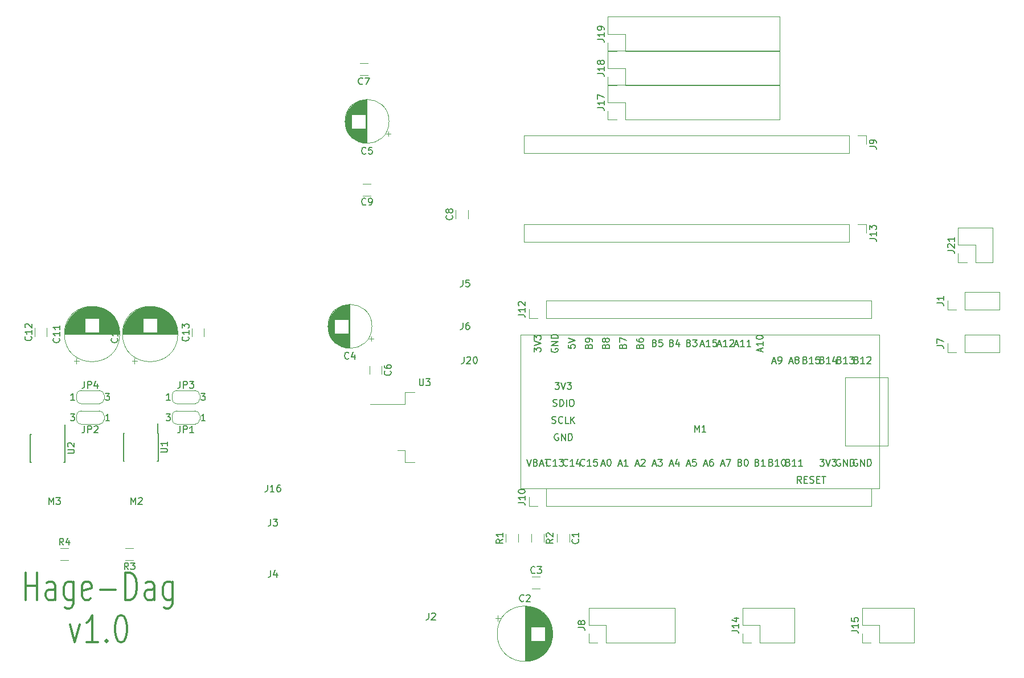
<source format=gto>
G04 #@! TF.GenerationSoftware,KiCad,Pcbnew,(5.1.2)-2*
G04 #@! TF.CreationDate,2019-06-10T17:10:01+02:00*
G04 #@! TF.ProjectId,GB2,4742322e-6b69-4636-9164-5f7063625858,rev?*
G04 #@! TF.SameCoordinates,Original*
G04 #@! TF.FileFunction,Legend,Top*
G04 #@! TF.FilePolarity,Positive*
%FSLAX46Y46*%
G04 Gerber Fmt 4.6, Leading zero omitted, Abs format (unit mm)*
G04 Created by KiCad (PCBNEW (5.1.2)-2) date 2019-06-10 17:10:01*
%MOMM*%
%LPD*%
G04 APERTURE LIST*
%ADD10C,0.300000*%
%ADD11C,0.120000*%
%ADD12C,0.150000*%
G04 APERTURE END LIST*
D10*
X67811428Y-134803523D02*
X67811428Y-130803523D01*
X67811428Y-132708285D02*
X69525714Y-132708285D01*
X69525714Y-134803523D02*
X69525714Y-130803523D01*
X72240000Y-134803523D02*
X72240000Y-132708285D01*
X72097142Y-132327333D01*
X71811428Y-132136857D01*
X71240000Y-132136857D01*
X70954285Y-132327333D01*
X72240000Y-134613047D02*
X71954285Y-134803523D01*
X71240000Y-134803523D01*
X70954285Y-134613047D01*
X70811428Y-134232095D01*
X70811428Y-133851142D01*
X70954285Y-133470190D01*
X71240000Y-133279714D01*
X71954285Y-133279714D01*
X72240000Y-133089238D01*
X74954285Y-132136857D02*
X74954285Y-135374952D01*
X74811428Y-135755904D01*
X74668571Y-135946380D01*
X74382857Y-136136857D01*
X73954285Y-136136857D01*
X73668571Y-135946380D01*
X74954285Y-134613047D02*
X74668571Y-134803523D01*
X74097142Y-134803523D01*
X73811428Y-134613047D01*
X73668571Y-134422571D01*
X73525714Y-134041619D01*
X73525714Y-132898761D01*
X73668571Y-132517809D01*
X73811428Y-132327333D01*
X74097142Y-132136857D01*
X74668571Y-132136857D01*
X74954285Y-132327333D01*
X77525714Y-134613047D02*
X77240000Y-134803523D01*
X76668571Y-134803523D01*
X76382857Y-134613047D01*
X76240000Y-134232095D01*
X76240000Y-132708285D01*
X76382857Y-132327333D01*
X76668571Y-132136857D01*
X77240000Y-132136857D01*
X77525714Y-132327333D01*
X77668571Y-132708285D01*
X77668571Y-133089238D01*
X76240000Y-133470190D01*
X78954285Y-133279714D02*
X81240000Y-133279714D01*
X82668571Y-134803523D02*
X82668571Y-130803523D01*
X83382857Y-130803523D01*
X83811428Y-130994000D01*
X84097142Y-131374952D01*
X84240000Y-131755904D01*
X84382857Y-132517809D01*
X84382857Y-133089238D01*
X84240000Y-133851142D01*
X84097142Y-134232095D01*
X83811428Y-134613047D01*
X83382857Y-134803523D01*
X82668571Y-134803523D01*
X86954285Y-134803523D02*
X86954285Y-132708285D01*
X86811428Y-132327333D01*
X86525714Y-132136857D01*
X85954285Y-132136857D01*
X85668571Y-132327333D01*
X86954285Y-134613047D02*
X86668571Y-134803523D01*
X85954285Y-134803523D01*
X85668571Y-134613047D01*
X85525714Y-134232095D01*
X85525714Y-133851142D01*
X85668571Y-133470190D01*
X85954285Y-133279714D01*
X86668571Y-133279714D01*
X86954285Y-133089238D01*
X89668571Y-132136857D02*
X89668571Y-135374952D01*
X89525714Y-135755904D01*
X89382857Y-135946380D01*
X89097142Y-136136857D01*
X88668571Y-136136857D01*
X88382857Y-135946380D01*
X89668571Y-134613047D02*
X89382857Y-134803523D01*
X88811428Y-134803523D01*
X88525714Y-134613047D01*
X88382857Y-134422571D01*
X88240000Y-134041619D01*
X88240000Y-132898761D01*
X88382857Y-132517809D01*
X88525714Y-132327333D01*
X88811428Y-132136857D01*
X89382857Y-132136857D01*
X89668571Y-132327333D01*
X74454285Y-138436857D02*
X75168571Y-141103523D01*
X75882857Y-138436857D01*
X78597142Y-141103523D02*
X76882857Y-141103523D01*
X77740000Y-141103523D02*
X77740000Y-137103523D01*
X77454285Y-137674952D01*
X77168571Y-138055904D01*
X76882857Y-138246380D01*
X79882857Y-140722571D02*
X80025714Y-140913047D01*
X79882857Y-141103523D01*
X79740000Y-140913047D01*
X79882857Y-140722571D01*
X79882857Y-141103523D01*
X81882857Y-137103523D02*
X82168571Y-137103523D01*
X82454285Y-137294000D01*
X82597142Y-137484476D01*
X82740000Y-137865428D01*
X82882857Y-138627333D01*
X82882857Y-139579714D01*
X82740000Y-140341619D01*
X82597142Y-140722571D01*
X82454285Y-140913047D01*
X82168571Y-141103523D01*
X81882857Y-141103523D01*
X81597142Y-140913047D01*
X81454285Y-140722571D01*
X81311428Y-140341619D01*
X81168571Y-139579714D01*
X81168571Y-138627333D01*
X81311428Y-137865428D01*
X81454285Y-137484476D01*
X81597142Y-137294000D01*
X81882857Y-137103523D01*
D11*
X75390000Y-104348000D02*
G75*
G02X76090000Y-103648000I700000J0D01*
G01*
X76090000Y-105648000D02*
G75*
G02X75390000Y-104948000I0J700000D01*
G01*
X79490000Y-104948000D02*
G75*
G02X78790000Y-105648000I-700000J0D01*
G01*
X78790000Y-103648000D02*
G75*
G02X79490000Y-104348000I0J-700000D01*
G01*
X76040000Y-103648000D02*
X78840000Y-103648000D01*
X79490000Y-104348000D02*
X79490000Y-104948000D01*
X78840000Y-105648000D02*
X76040000Y-105648000D01*
X75390000Y-104948000D02*
X75390000Y-104348000D01*
D12*
X73645000Y-110193000D02*
X73645000Y-108793000D01*
X68545000Y-110193000D02*
X68545000Y-114343000D01*
X73695000Y-110193000D02*
X73695000Y-114343000D01*
X68545000Y-110193000D02*
X68690000Y-110193000D01*
X68545000Y-114343000D02*
X68690000Y-114343000D01*
X73695000Y-114343000D02*
X73550000Y-114343000D01*
X73695000Y-110193000D02*
X73645000Y-110193000D01*
X87488000Y-110020000D02*
X87488000Y-108620000D01*
X82388000Y-110020000D02*
X82388000Y-114170000D01*
X87538000Y-110020000D02*
X87538000Y-114170000D01*
X82388000Y-110020000D02*
X82533000Y-110020000D01*
X82388000Y-114170000D02*
X82533000Y-114170000D01*
X87538000Y-114170000D02*
X87393000Y-114170000D01*
X87538000Y-110020000D02*
X87488000Y-110020000D01*
D11*
X73021436Y-128926000D02*
X74225564Y-128926000D01*
X73021436Y-127106000D02*
X74225564Y-127106000D01*
X83877564Y-127106000D02*
X82673436Y-127106000D01*
X83877564Y-128926000D02*
X82673436Y-128926000D01*
X89614000Y-104348000D02*
G75*
G02X90314000Y-103648000I700000J0D01*
G01*
X90314000Y-105648000D02*
G75*
G02X89614000Y-104948000I0J700000D01*
G01*
X93714000Y-104948000D02*
G75*
G02X93014000Y-105648000I-700000J0D01*
G01*
X93014000Y-103648000D02*
G75*
G02X93714000Y-104348000I0J-700000D01*
G01*
X90264000Y-103648000D02*
X93064000Y-103648000D01*
X93714000Y-104348000D02*
X93714000Y-104948000D01*
X93064000Y-105648000D02*
X90264000Y-105648000D01*
X89614000Y-104948000D02*
X89614000Y-104348000D01*
X79490000Y-107996000D02*
G75*
G02X78790000Y-108696000I-700000J0D01*
G01*
X78790000Y-106696000D02*
G75*
G02X79490000Y-107396000I0J-700000D01*
G01*
X75390000Y-107396000D02*
G75*
G02X76090000Y-106696000I700000J0D01*
G01*
X76090000Y-108696000D02*
G75*
G02X75390000Y-107996000I0J700000D01*
G01*
X78840000Y-108696000D02*
X76040000Y-108696000D01*
X75390000Y-107996000D02*
X75390000Y-107396000D01*
X76040000Y-106696000D02*
X78840000Y-106696000D01*
X79490000Y-107396000D02*
X79490000Y-107996000D01*
X93714000Y-107996000D02*
G75*
G02X93014000Y-108696000I-700000J0D01*
G01*
X93014000Y-106696000D02*
G75*
G02X93714000Y-107396000I0J-700000D01*
G01*
X89614000Y-107396000D02*
G75*
G02X90314000Y-106696000I700000J0D01*
G01*
X90314000Y-108696000D02*
G75*
G02X89614000Y-107996000I0J700000D01*
G01*
X93064000Y-108696000D02*
X90264000Y-108696000D01*
X89614000Y-107996000D02*
X89614000Y-107396000D01*
X90264000Y-106696000D02*
X93064000Y-106696000D01*
X93714000Y-107396000D02*
X93714000Y-107996000D01*
X94382000Y-95634564D02*
X94382000Y-94430436D01*
X92562000Y-95634564D02*
X92562000Y-94430436D01*
X71014000Y-95598064D02*
X71014000Y-94393936D01*
X69194000Y-95598064D02*
X69194000Y-94393936D01*
X75009000Y-99279698D02*
X75809000Y-99279698D01*
X75409000Y-99679698D02*
X75409000Y-98879698D01*
X77191000Y-91189000D02*
X78257000Y-91189000D01*
X76956000Y-91229000D02*
X78492000Y-91229000D01*
X76776000Y-91269000D02*
X78672000Y-91269000D01*
X76626000Y-91309000D02*
X78822000Y-91309000D01*
X76495000Y-91349000D02*
X78953000Y-91349000D01*
X76378000Y-91389000D02*
X79070000Y-91389000D01*
X76271000Y-91429000D02*
X79177000Y-91429000D01*
X76172000Y-91469000D02*
X79276000Y-91469000D01*
X76079000Y-91509000D02*
X79369000Y-91509000D01*
X75993000Y-91549000D02*
X79455000Y-91549000D01*
X75911000Y-91589000D02*
X79537000Y-91589000D01*
X75834000Y-91629000D02*
X79614000Y-91629000D01*
X75760000Y-91669000D02*
X79688000Y-91669000D01*
X75690000Y-91709000D02*
X79758000Y-91709000D01*
X75622000Y-91749000D02*
X79826000Y-91749000D01*
X75558000Y-91789000D02*
X79890000Y-91789000D01*
X75496000Y-91829000D02*
X79952000Y-91829000D01*
X75437000Y-91869000D02*
X80011000Y-91869000D01*
X75379000Y-91909000D02*
X80069000Y-91909000D01*
X75324000Y-91949000D02*
X80124000Y-91949000D01*
X75270000Y-91989000D02*
X80178000Y-91989000D01*
X75219000Y-92029000D02*
X80229000Y-92029000D01*
X75168000Y-92069000D02*
X80280000Y-92069000D01*
X75120000Y-92109000D02*
X80328000Y-92109000D01*
X75073000Y-92149000D02*
X80375000Y-92149000D01*
X75027000Y-92189000D02*
X80421000Y-92189000D01*
X74983000Y-92229000D02*
X80465000Y-92229000D01*
X74940000Y-92269000D02*
X80508000Y-92269000D01*
X74898000Y-92309000D02*
X80550000Y-92309000D01*
X74857000Y-92349000D02*
X80591000Y-92349000D01*
X74817000Y-92389000D02*
X80631000Y-92389000D01*
X74779000Y-92429000D02*
X80669000Y-92429000D01*
X74741000Y-92469000D02*
X80707000Y-92469000D01*
X74705000Y-92509000D02*
X80743000Y-92509000D01*
X74669000Y-92549000D02*
X80779000Y-92549000D01*
X74634000Y-92589000D02*
X80814000Y-92589000D01*
X74600000Y-92629000D02*
X80848000Y-92629000D01*
X74568000Y-92669000D02*
X80880000Y-92669000D01*
X74535000Y-92709000D02*
X80913000Y-92709000D01*
X74504000Y-92749000D02*
X80944000Y-92749000D01*
X74474000Y-92789000D02*
X80974000Y-92789000D01*
X74444000Y-92829000D02*
X81004000Y-92829000D01*
X74415000Y-92869000D02*
X81033000Y-92869000D01*
X74386000Y-92909000D02*
X81062000Y-92909000D01*
X74359000Y-92949000D02*
X81089000Y-92949000D01*
X78764000Y-92989000D02*
X81116000Y-92989000D01*
X74332000Y-92989000D02*
X76684000Y-92989000D01*
X78764000Y-93029000D02*
X81142000Y-93029000D01*
X74306000Y-93029000D02*
X76684000Y-93029000D01*
X78764000Y-93069000D02*
X81168000Y-93069000D01*
X74280000Y-93069000D02*
X76684000Y-93069000D01*
X78764000Y-93109000D02*
X81193000Y-93109000D01*
X74255000Y-93109000D02*
X76684000Y-93109000D01*
X78764000Y-93149000D02*
X81217000Y-93149000D01*
X74231000Y-93149000D02*
X76684000Y-93149000D01*
X78764000Y-93189000D02*
X81241000Y-93189000D01*
X74207000Y-93189000D02*
X76684000Y-93189000D01*
X78764000Y-93229000D02*
X81264000Y-93229000D01*
X74184000Y-93229000D02*
X76684000Y-93229000D01*
X78764000Y-93269000D02*
X81286000Y-93269000D01*
X74162000Y-93269000D02*
X76684000Y-93269000D01*
X78764000Y-93309000D02*
X81308000Y-93309000D01*
X74140000Y-93309000D02*
X76684000Y-93309000D01*
X78764000Y-93349000D02*
X81330000Y-93349000D01*
X74118000Y-93349000D02*
X76684000Y-93349000D01*
X78764000Y-93389000D02*
X81351000Y-93389000D01*
X74097000Y-93389000D02*
X76684000Y-93389000D01*
X78764000Y-93429000D02*
X81371000Y-93429000D01*
X74077000Y-93429000D02*
X76684000Y-93429000D01*
X78764000Y-93469000D02*
X81390000Y-93469000D01*
X74058000Y-93469000D02*
X76684000Y-93469000D01*
X78764000Y-93509000D02*
X81410000Y-93509000D01*
X74038000Y-93509000D02*
X76684000Y-93509000D01*
X78764000Y-93549000D02*
X81428000Y-93549000D01*
X74020000Y-93549000D02*
X76684000Y-93549000D01*
X78764000Y-93589000D02*
X81446000Y-93589000D01*
X74002000Y-93589000D02*
X76684000Y-93589000D01*
X78764000Y-93629000D02*
X81464000Y-93629000D01*
X73984000Y-93629000D02*
X76684000Y-93629000D01*
X78764000Y-93669000D02*
X81481000Y-93669000D01*
X73967000Y-93669000D02*
X76684000Y-93669000D01*
X78764000Y-93709000D02*
X81498000Y-93709000D01*
X73950000Y-93709000D02*
X76684000Y-93709000D01*
X78764000Y-93749000D02*
X81514000Y-93749000D01*
X73934000Y-93749000D02*
X76684000Y-93749000D01*
X78764000Y-93789000D02*
X81529000Y-93789000D01*
X73919000Y-93789000D02*
X76684000Y-93789000D01*
X78764000Y-93829000D02*
X81545000Y-93829000D01*
X73903000Y-93829000D02*
X76684000Y-93829000D01*
X78764000Y-93869000D02*
X81559000Y-93869000D01*
X73889000Y-93869000D02*
X76684000Y-93869000D01*
X78764000Y-93909000D02*
X81574000Y-93909000D01*
X73874000Y-93909000D02*
X76684000Y-93909000D01*
X78764000Y-93949000D02*
X81587000Y-93949000D01*
X73861000Y-93949000D02*
X76684000Y-93949000D01*
X78764000Y-93989000D02*
X81601000Y-93989000D01*
X73847000Y-93989000D02*
X76684000Y-93989000D01*
X78764000Y-94029000D02*
X81613000Y-94029000D01*
X73835000Y-94029000D02*
X76684000Y-94029000D01*
X78764000Y-94069000D02*
X81626000Y-94069000D01*
X73822000Y-94069000D02*
X76684000Y-94069000D01*
X78764000Y-94109000D02*
X81638000Y-94109000D01*
X73810000Y-94109000D02*
X76684000Y-94109000D01*
X78764000Y-94149000D02*
X81649000Y-94149000D01*
X73799000Y-94149000D02*
X76684000Y-94149000D01*
X78764000Y-94189000D02*
X81660000Y-94189000D01*
X73788000Y-94189000D02*
X76684000Y-94189000D01*
X78764000Y-94229000D02*
X81671000Y-94229000D01*
X73777000Y-94229000D02*
X76684000Y-94229000D01*
X78764000Y-94269000D02*
X81681000Y-94269000D01*
X73767000Y-94269000D02*
X76684000Y-94269000D01*
X78764000Y-94309000D02*
X81691000Y-94309000D01*
X73757000Y-94309000D02*
X76684000Y-94309000D01*
X78764000Y-94349000D02*
X81700000Y-94349000D01*
X73748000Y-94349000D02*
X76684000Y-94349000D01*
X78764000Y-94389000D02*
X81709000Y-94389000D01*
X73739000Y-94389000D02*
X76684000Y-94389000D01*
X78764000Y-94429000D02*
X81718000Y-94429000D01*
X73730000Y-94429000D02*
X76684000Y-94429000D01*
X78764000Y-94469000D02*
X81726000Y-94469000D01*
X73722000Y-94469000D02*
X76684000Y-94469000D01*
X78764000Y-94509000D02*
X81734000Y-94509000D01*
X73714000Y-94509000D02*
X76684000Y-94509000D01*
X78764000Y-94549000D02*
X81741000Y-94549000D01*
X73707000Y-94549000D02*
X76684000Y-94549000D01*
X78764000Y-94590000D02*
X81748000Y-94590000D01*
X73700000Y-94590000D02*
X76684000Y-94590000D01*
X78764000Y-94630000D02*
X81754000Y-94630000D01*
X73694000Y-94630000D02*
X76684000Y-94630000D01*
X78764000Y-94670000D02*
X81761000Y-94670000D01*
X73687000Y-94670000D02*
X76684000Y-94670000D01*
X78764000Y-94710000D02*
X81766000Y-94710000D01*
X73682000Y-94710000D02*
X76684000Y-94710000D01*
X78764000Y-94750000D02*
X81772000Y-94750000D01*
X73676000Y-94750000D02*
X76684000Y-94750000D01*
X78764000Y-94790000D02*
X81776000Y-94790000D01*
X73672000Y-94790000D02*
X76684000Y-94790000D01*
X78764000Y-94830000D02*
X81781000Y-94830000D01*
X73667000Y-94830000D02*
X76684000Y-94830000D01*
X78764000Y-94870000D02*
X81785000Y-94870000D01*
X73663000Y-94870000D02*
X76684000Y-94870000D01*
X78764000Y-94910000D02*
X81789000Y-94910000D01*
X73659000Y-94910000D02*
X76684000Y-94910000D01*
X78764000Y-94950000D02*
X81792000Y-94950000D01*
X73656000Y-94950000D02*
X76684000Y-94950000D01*
X78764000Y-94990000D02*
X81795000Y-94990000D01*
X73653000Y-94990000D02*
X76684000Y-94990000D01*
X78764000Y-95030000D02*
X81798000Y-95030000D01*
X73650000Y-95030000D02*
X76684000Y-95030000D01*
X73648000Y-95070000D02*
X81800000Y-95070000D01*
X73647000Y-95110000D02*
X81801000Y-95110000D01*
X73645000Y-95150000D02*
X81803000Y-95150000D01*
X73644000Y-95190000D02*
X81804000Y-95190000D01*
X73644000Y-95230000D02*
X81804000Y-95230000D01*
X73644000Y-95270000D02*
X81804000Y-95270000D01*
X81844000Y-95270000D02*
G75*
G03X81844000Y-95270000I-4120000J0D01*
G01*
X83645000Y-99279698D02*
X84445000Y-99279698D01*
X84045000Y-99679698D02*
X84045000Y-98879698D01*
X85827000Y-91189000D02*
X86893000Y-91189000D01*
X85592000Y-91229000D02*
X87128000Y-91229000D01*
X85412000Y-91269000D02*
X87308000Y-91269000D01*
X85262000Y-91309000D02*
X87458000Y-91309000D01*
X85131000Y-91349000D02*
X87589000Y-91349000D01*
X85014000Y-91389000D02*
X87706000Y-91389000D01*
X84907000Y-91429000D02*
X87813000Y-91429000D01*
X84808000Y-91469000D02*
X87912000Y-91469000D01*
X84715000Y-91509000D02*
X88005000Y-91509000D01*
X84629000Y-91549000D02*
X88091000Y-91549000D01*
X84547000Y-91589000D02*
X88173000Y-91589000D01*
X84470000Y-91629000D02*
X88250000Y-91629000D01*
X84396000Y-91669000D02*
X88324000Y-91669000D01*
X84326000Y-91709000D02*
X88394000Y-91709000D01*
X84258000Y-91749000D02*
X88462000Y-91749000D01*
X84194000Y-91789000D02*
X88526000Y-91789000D01*
X84132000Y-91829000D02*
X88588000Y-91829000D01*
X84073000Y-91869000D02*
X88647000Y-91869000D01*
X84015000Y-91909000D02*
X88705000Y-91909000D01*
X83960000Y-91949000D02*
X88760000Y-91949000D01*
X83906000Y-91989000D02*
X88814000Y-91989000D01*
X83855000Y-92029000D02*
X88865000Y-92029000D01*
X83804000Y-92069000D02*
X88916000Y-92069000D01*
X83756000Y-92109000D02*
X88964000Y-92109000D01*
X83709000Y-92149000D02*
X89011000Y-92149000D01*
X83663000Y-92189000D02*
X89057000Y-92189000D01*
X83619000Y-92229000D02*
X89101000Y-92229000D01*
X83576000Y-92269000D02*
X89144000Y-92269000D01*
X83534000Y-92309000D02*
X89186000Y-92309000D01*
X83493000Y-92349000D02*
X89227000Y-92349000D01*
X83453000Y-92389000D02*
X89267000Y-92389000D01*
X83415000Y-92429000D02*
X89305000Y-92429000D01*
X83377000Y-92469000D02*
X89343000Y-92469000D01*
X83341000Y-92509000D02*
X89379000Y-92509000D01*
X83305000Y-92549000D02*
X89415000Y-92549000D01*
X83270000Y-92589000D02*
X89450000Y-92589000D01*
X83236000Y-92629000D02*
X89484000Y-92629000D01*
X83204000Y-92669000D02*
X89516000Y-92669000D01*
X83171000Y-92709000D02*
X89549000Y-92709000D01*
X83140000Y-92749000D02*
X89580000Y-92749000D01*
X83110000Y-92789000D02*
X89610000Y-92789000D01*
X83080000Y-92829000D02*
X89640000Y-92829000D01*
X83051000Y-92869000D02*
X89669000Y-92869000D01*
X83022000Y-92909000D02*
X89698000Y-92909000D01*
X82995000Y-92949000D02*
X89725000Y-92949000D01*
X87400000Y-92989000D02*
X89752000Y-92989000D01*
X82968000Y-92989000D02*
X85320000Y-92989000D01*
X87400000Y-93029000D02*
X89778000Y-93029000D01*
X82942000Y-93029000D02*
X85320000Y-93029000D01*
X87400000Y-93069000D02*
X89804000Y-93069000D01*
X82916000Y-93069000D02*
X85320000Y-93069000D01*
X87400000Y-93109000D02*
X89829000Y-93109000D01*
X82891000Y-93109000D02*
X85320000Y-93109000D01*
X87400000Y-93149000D02*
X89853000Y-93149000D01*
X82867000Y-93149000D02*
X85320000Y-93149000D01*
X87400000Y-93189000D02*
X89877000Y-93189000D01*
X82843000Y-93189000D02*
X85320000Y-93189000D01*
X87400000Y-93229000D02*
X89900000Y-93229000D01*
X82820000Y-93229000D02*
X85320000Y-93229000D01*
X87400000Y-93269000D02*
X89922000Y-93269000D01*
X82798000Y-93269000D02*
X85320000Y-93269000D01*
X87400000Y-93309000D02*
X89944000Y-93309000D01*
X82776000Y-93309000D02*
X85320000Y-93309000D01*
X87400000Y-93349000D02*
X89966000Y-93349000D01*
X82754000Y-93349000D02*
X85320000Y-93349000D01*
X87400000Y-93389000D02*
X89987000Y-93389000D01*
X82733000Y-93389000D02*
X85320000Y-93389000D01*
X87400000Y-93429000D02*
X90007000Y-93429000D01*
X82713000Y-93429000D02*
X85320000Y-93429000D01*
X87400000Y-93469000D02*
X90026000Y-93469000D01*
X82694000Y-93469000D02*
X85320000Y-93469000D01*
X87400000Y-93509000D02*
X90046000Y-93509000D01*
X82674000Y-93509000D02*
X85320000Y-93509000D01*
X87400000Y-93549000D02*
X90064000Y-93549000D01*
X82656000Y-93549000D02*
X85320000Y-93549000D01*
X87400000Y-93589000D02*
X90082000Y-93589000D01*
X82638000Y-93589000D02*
X85320000Y-93589000D01*
X87400000Y-93629000D02*
X90100000Y-93629000D01*
X82620000Y-93629000D02*
X85320000Y-93629000D01*
X87400000Y-93669000D02*
X90117000Y-93669000D01*
X82603000Y-93669000D02*
X85320000Y-93669000D01*
X87400000Y-93709000D02*
X90134000Y-93709000D01*
X82586000Y-93709000D02*
X85320000Y-93709000D01*
X87400000Y-93749000D02*
X90150000Y-93749000D01*
X82570000Y-93749000D02*
X85320000Y-93749000D01*
X87400000Y-93789000D02*
X90165000Y-93789000D01*
X82555000Y-93789000D02*
X85320000Y-93789000D01*
X87400000Y-93829000D02*
X90181000Y-93829000D01*
X82539000Y-93829000D02*
X85320000Y-93829000D01*
X87400000Y-93869000D02*
X90195000Y-93869000D01*
X82525000Y-93869000D02*
X85320000Y-93869000D01*
X87400000Y-93909000D02*
X90210000Y-93909000D01*
X82510000Y-93909000D02*
X85320000Y-93909000D01*
X87400000Y-93949000D02*
X90223000Y-93949000D01*
X82497000Y-93949000D02*
X85320000Y-93949000D01*
X87400000Y-93989000D02*
X90237000Y-93989000D01*
X82483000Y-93989000D02*
X85320000Y-93989000D01*
X87400000Y-94029000D02*
X90249000Y-94029000D01*
X82471000Y-94029000D02*
X85320000Y-94029000D01*
X87400000Y-94069000D02*
X90262000Y-94069000D01*
X82458000Y-94069000D02*
X85320000Y-94069000D01*
X87400000Y-94109000D02*
X90274000Y-94109000D01*
X82446000Y-94109000D02*
X85320000Y-94109000D01*
X87400000Y-94149000D02*
X90285000Y-94149000D01*
X82435000Y-94149000D02*
X85320000Y-94149000D01*
X87400000Y-94189000D02*
X90296000Y-94189000D01*
X82424000Y-94189000D02*
X85320000Y-94189000D01*
X87400000Y-94229000D02*
X90307000Y-94229000D01*
X82413000Y-94229000D02*
X85320000Y-94229000D01*
X87400000Y-94269000D02*
X90317000Y-94269000D01*
X82403000Y-94269000D02*
X85320000Y-94269000D01*
X87400000Y-94309000D02*
X90327000Y-94309000D01*
X82393000Y-94309000D02*
X85320000Y-94309000D01*
X87400000Y-94349000D02*
X90336000Y-94349000D01*
X82384000Y-94349000D02*
X85320000Y-94349000D01*
X87400000Y-94389000D02*
X90345000Y-94389000D01*
X82375000Y-94389000D02*
X85320000Y-94389000D01*
X87400000Y-94429000D02*
X90354000Y-94429000D01*
X82366000Y-94429000D02*
X85320000Y-94429000D01*
X87400000Y-94469000D02*
X90362000Y-94469000D01*
X82358000Y-94469000D02*
X85320000Y-94469000D01*
X87400000Y-94509000D02*
X90370000Y-94509000D01*
X82350000Y-94509000D02*
X85320000Y-94509000D01*
X87400000Y-94549000D02*
X90377000Y-94549000D01*
X82343000Y-94549000D02*
X85320000Y-94549000D01*
X87400000Y-94590000D02*
X90384000Y-94590000D01*
X82336000Y-94590000D02*
X85320000Y-94590000D01*
X87400000Y-94630000D02*
X90390000Y-94630000D01*
X82330000Y-94630000D02*
X85320000Y-94630000D01*
X87400000Y-94670000D02*
X90397000Y-94670000D01*
X82323000Y-94670000D02*
X85320000Y-94670000D01*
X87400000Y-94710000D02*
X90402000Y-94710000D01*
X82318000Y-94710000D02*
X85320000Y-94710000D01*
X87400000Y-94750000D02*
X90408000Y-94750000D01*
X82312000Y-94750000D02*
X85320000Y-94750000D01*
X87400000Y-94790000D02*
X90412000Y-94790000D01*
X82308000Y-94790000D02*
X85320000Y-94790000D01*
X87400000Y-94830000D02*
X90417000Y-94830000D01*
X82303000Y-94830000D02*
X85320000Y-94830000D01*
X87400000Y-94870000D02*
X90421000Y-94870000D01*
X82299000Y-94870000D02*
X85320000Y-94870000D01*
X87400000Y-94910000D02*
X90425000Y-94910000D01*
X82295000Y-94910000D02*
X85320000Y-94910000D01*
X87400000Y-94950000D02*
X90428000Y-94950000D01*
X82292000Y-94950000D02*
X85320000Y-94950000D01*
X87400000Y-94990000D02*
X90431000Y-94990000D01*
X82289000Y-94990000D02*
X85320000Y-94990000D01*
X87400000Y-95030000D02*
X90434000Y-95030000D01*
X82286000Y-95030000D02*
X85320000Y-95030000D01*
X82284000Y-95070000D02*
X90436000Y-95070000D01*
X82283000Y-95110000D02*
X90437000Y-95110000D01*
X82281000Y-95150000D02*
X90439000Y-95150000D01*
X82280000Y-95190000D02*
X90440000Y-95190000D01*
X82280000Y-95230000D02*
X90440000Y-95230000D01*
X82280000Y-95270000D02*
X90440000Y-95270000D01*
X90480000Y-95270000D02*
G75*
G03X90480000Y-95270000I-4120000J0D01*
G01*
X141440000Y-95400000D02*
X194780000Y-95400000D01*
X194780000Y-95400000D02*
X194780000Y-118260000D01*
X194780000Y-118260000D02*
X141440000Y-118260000D01*
X141440000Y-118260000D02*
X141440000Y-95400000D01*
X196050000Y-101750000D02*
X189700000Y-101750000D01*
X189700000Y-101750000D02*
X189700000Y-111910000D01*
X189700000Y-111910000D02*
X196050000Y-111910000D01*
X196050000Y-111910000D02*
X196050000Y-101750000D01*
X143070000Y-125032936D02*
X143070000Y-126237064D01*
X144890000Y-125032936D02*
X144890000Y-126237064D01*
X141080000Y-126237064D02*
X141080000Y-125032936D01*
X139260000Y-126237064D02*
X139260000Y-125032936D01*
X206442000Y-84642000D02*
X206442000Y-83312000D01*
X207772000Y-84642000D02*
X206442000Y-84642000D01*
X206442000Y-82042000D02*
X206442000Y-79442000D01*
X209042000Y-82042000D02*
X206442000Y-82042000D01*
X209042000Y-84642000D02*
X209042000Y-82042000D01*
X206442000Y-79442000D02*
X211642000Y-79442000D01*
X209042000Y-84642000D02*
X211642000Y-84642000D01*
X211642000Y-84642000D02*
X211642000Y-79442000D01*
X119182064Y-72900000D02*
X117977936Y-72900000D01*
X119182064Y-74720000D02*
X117977936Y-74720000D01*
X133625000Y-78072064D02*
X133625000Y-76867936D01*
X131805000Y-78072064D02*
X131805000Y-76867936D01*
X118712064Y-54970000D02*
X117507936Y-54970000D01*
X118712064Y-56790000D02*
X117507936Y-56790000D01*
X118978000Y-100018436D02*
X118978000Y-101222564D01*
X120798000Y-100018436D02*
X120798000Y-101222564D01*
X143132936Y-133140000D02*
X144337064Y-133140000D01*
X143132936Y-131320000D02*
X144337064Y-131320000D01*
X146880000Y-125032936D02*
X146880000Y-126237064D01*
X148700000Y-125032936D02*
X148700000Y-126237064D01*
X124205000Y-112525000D02*
X123105000Y-112525000D01*
X124205000Y-114335000D02*
X124205000Y-112525000D01*
X125705000Y-114335000D02*
X124205000Y-114335000D01*
X124205000Y-105745000D02*
X119080000Y-105745000D01*
X124205000Y-103935000D02*
X124205000Y-105745000D01*
X125705000Y-103935000D02*
X124205000Y-103935000D01*
X121785241Y-65804000D02*
X121785241Y-65174000D01*
X122100241Y-65489000D02*
X121470241Y-65489000D01*
X115359000Y-64052000D02*
X115359000Y-63248000D01*
X115399000Y-64283000D02*
X115399000Y-63017000D01*
X115439000Y-64452000D02*
X115439000Y-62848000D01*
X115479000Y-64590000D02*
X115479000Y-62710000D01*
X115519000Y-64709000D02*
X115519000Y-62591000D01*
X115559000Y-64815000D02*
X115559000Y-62485000D01*
X115599000Y-64912000D02*
X115599000Y-62388000D01*
X115639000Y-65000000D02*
X115639000Y-62300000D01*
X115679000Y-65082000D02*
X115679000Y-62218000D01*
X115719000Y-65159000D02*
X115719000Y-62141000D01*
X115759000Y-65231000D02*
X115759000Y-62069000D01*
X115799000Y-65300000D02*
X115799000Y-62000000D01*
X115839000Y-65364000D02*
X115839000Y-61936000D01*
X115879000Y-65426000D02*
X115879000Y-61874000D01*
X115919000Y-65484000D02*
X115919000Y-61816000D01*
X115959000Y-65540000D02*
X115959000Y-61760000D01*
X115999000Y-65594000D02*
X115999000Y-61706000D01*
X116039000Y-65645000D02*
X116039000Y-61655000D01*
X116079000Y-65694000D02*
X116079000Y-61606000D01*
X116119000Y-65742000D02*
X116119000Y-61558000D01*
X116159000Y-65787000D02*
X116159000Y-61513000D01*
X116199000Y-65832000D02*
X116199000Y-61468000D01*
X116239000Y-65874000D02*
X116239000Y-61426000D01*
X116279000Y-65915000D02*
X116279000Y-61385000D01*
X116319000Y-62610000D02*
X116319000Y-61345000D01*
X116319000Y-65955000D02*
X116319000Y-64690000D01*
X116359000Y-62610000D02*
X116359000Y-61307000D01*
X116359000Y-65993000D02*
X116359000Y-64690000D01*
X116399000Y-62610000D02*
X116399000Y-61270000D01*
X116399000Y-66030000D02*
X116399000Y-64690000D01*
X116439000Y-62610000D02*
X116439000Y-61234000D01*
X116439000Y-66066000D02*
X116439000Y-64690000D01*
X116479000Y-62610000D02*
X116479000Y-61200000D01*
X116479000Y-66100000D02*
X116479000Y-64690000D01*
X116519000Y-62610000D02*
X116519000Y-61166000D01*
X116519000Y-66134000D02*
X116519000Y-64690000D01*
X116559000Y-62610000D02*
X116559000Y-61134000D01*
X116559000Y-66166000D02*
X116559000Y-64690000D01*
X116599000Y-62610000D02*
X116599000Y-61102000D01*
X116599000Y-66198000D02*
X116599000Y-64690000D01*
X116639000Y-62610000D02*
X116639000Y-61072000D01*
X116639000Y-66228000D02*
X116639000Y-64690000D01*
X116679000Y-62610000D02*
X116679000Y-61043000D01*
X116679000Y-66257000D02*
X116679000Y-64690000D01*
X116719000Y-62610000D02*
X116719000Y-61014000D01*
X116719000Y-66286000D02*
X116719000Y-64690000D01*
X116759000Y-62610000D02*
X116759000Y-60986000D01*
X116759000Y-66314000D02*
X116759000Y-64690000D01*
X116799000Y-62610000D02*
X116799000Y-60960000D01*
X116799000Y-66340000D02*
X116799000Y-64690000D01*
X116839000Y-62610000D02*
X116839000Y-60934000D01*
X116839000Y-66366000D02*
X116839000Y-64690000D01*
X116879000Y-62610000D02*
X116879000Y-60908000D01*
X116879000Y-66392000D02*
X116879000Y-64690000D01*
X116919000Y-62610000D02*
X116919000Y-60884000D01*
X116919000Y-66416000D02*
X116919000Y-64690000D01*
X116959000Y-62610000D02*
X116959000Y-60860000D01*
X116959000Y-66440000D02*
X116959000Y-64690000D01*
X116999000Y-62610000D02*
X116999000Y-60838000D01*
X116999000Y-66462000D02*
X116999000Y-64690000D01*
X117039000Y-62610000D02*
X117039000Y-60816000D01*
X117039000Y-66484000D02*
X117039000Y-64690000D01*
X117079000Y-62610000D02*
X117079000Y-60794000D01*
X117079000Y-66506000D02*
X117079000Y-64690000D01*
X117119000Y-62610000D02*
X117119000Y-60774000D01*
X117119000Y-66526000D02*
X117119000Y-64690000D01*
X117159000Y-62610000D02*
X117159000Y-60754000D01*
X117159000Y-66546000D02*
X117159000Y-64690000D01*
X117199000Y-62610000D02*
X117199000Y-60734000D01*
X117199000Y-66566000D02*
X117199000Y-64690000D01*
X117239000Y-62610000D02*
X117239000Y-60716000D01*
X117239000Y-66584000D02*
X117239000Y-64690000D01*
X117279000Y-62610000D02*
X117279000Y-60698000D01*
X117279000Y-66602000D02*
X117279000Y-64690000D01*
X117319000Y-62610000D02*
X117319000Y-60680000D01*
X117319000Y-66620000D02*
X117319000Y-64690000D01*
X117359000Y-62610000D02*
X117359000Y-60664000D01*
X117359000Y-66636000D02*
X117359000Y-64690000D01*
X117399000Y-62610000D02*
X117399000Y-60648000D01*
X117399000Y-66652000D02*
X117399000Y-64690000D01*
X117439000Y-62610000D02*
X117439000Y-60632000D01*
X117439000Y-66668000D02*
X117439000Y-64690000D01*
X117479000Y-62610000D02*
X117479000Y-60617000D01*
X117479000Y-66683000D02*
X117479000Y-64690000D01*
X117519000Y-62610000D02*
X117519000Y-60603000D01*
X117519000Y-66697000D02*
X117519000Y-64690000D01*
X117559000Y-62610000D02*
X117559000Y-60589000D01*
X117559000Y-66711000D02*
X117559000Y-64690000D01*
X117599000Y-62610000D02*
X117599000Y-60576000D01*
X117599000Y-66724000D02*
X117599000Y-64690000D01*
X117639000Y-62610000D02*
X117639000Y-60564000D01*
X117639000Y-66736000D02*
X117639000Y-64690000D01*
X117679000Y-62610000D02*
X117679000Y-60552000D01*
X117679000Y-66748000D02*
X117679000Y-64690000D01*
X117719000Y-62610000D02*
X117719000Y-60540000D01*
X117719000Y-66760000D02*
X117719000Y-64690000D01*
X117759000Y-62610000D02*
X117759000Y-60529000D01*
X117759000Y-66771000D02*
X117759000Y-64690000D01*
X117799000Y-62610000D02*
X117799000Y-60519000D01*
X117799000Y-66781000D02*
X117799000Y-64690000D01*
X117839000Y-62610000D02*
X117839000Y-60509000D01*
X117839000Y-66791000D02*
X117839000Y-64690000D01*
X117879000Y-62610000D02*
X117879000Y-60500000D01*
X117879000Y-66800000D02*
X117879000Y-64690000D01*
X117920000Y-62610000D02*
X117920000Y-60491000D01*
X117920000Y-66809000D02*
X117920000Y-64690000D01*
X117960000Y-62610000D02*
X117960000Y-60483000D01*
X117960000Y-66817000D02*
X117960000Y-64690000D01*
X118000000Y-62610000D02*
X118000000Y-60475000D01*
X118000000Y-66825000D02*
X118000000Y-64690000D01*
X118040000Y-62610000D02*
X118040000Y-60468000D01*
X118040000Y-66832000D02*
X118040000Y-64690000D01*
X118080000Y-62610000D02*
X118080000Y-60461000D01*
X118080000Y-66839000D02*
X118080000Y-64690000D01*
X118120000Y-62610000D02*
X118120000Y-60455000D01*
X118120000Y-66845000D02*
X118120000Y-64690000D01*
X118160000Y-62610000D02*
X118160000Y-60449000D01*
X118160000Y-66851000D02*
X118160000Y-64690000D01*
X118200000Y-62610000D02*
X118200000Y-60444000D01*
X118200000Y-66856000D02*
X118200000Y-64690000D01*
X118240000Y-62610000D02*
X118240000Y-60439000D01*
X118240000Y-66861000D02*
X118240000Y-64690000D01*
X118280000Y-62610000D02*
X118280000Y-60435000D01*
X118280000Y-66865000D02*
X118280000Y-64690000D01*
X118320000Y-62610000D02*
X118320000Y-60432000D01*
X118320000Y-66868000D02*
X118320000Y-64690000D01*
X118360000Y-62610000D02*
X118360000Y-60428000D01*
X118360000Y-66872000D02*
X118360000Y-64690000D01*
X118400000Y-66874000D02*
X118400000Y-60426000D01*
X118440000Y-66877000D02*
X118440000Y-60423000D01*
X118480000Y-66878000D02*
X118480000Y-60422000D01*
X118520000Y-66880000D02*
X118520000Y-60420000D01*
X118560000Y-66880000D02*
X118560000Y-60420000D01*
X118600000Y-66880000D02*
X118600000Y-60420000D01*
X121870000Y-63650000D02*
G75*
G03X121870000Y-63650000I-3270000J0D01*
G01*
X119245241Y-96284000D02*
X119245241Y-95654000D01*
X119560241Y-95969000D02*
X118930241Y-95969000D01*
X112819000Y-94532000D02*
X112819000Y-93728000D01*
X112859000Y-94763000D02*
X112859000Y-93497000D01*
X112899000Y-94932000D02*
X112899000Y-93328000D01*
X112939000Y-95070000D02*
X112939000Y-93190000D01*
X112979000Y-95189000D02*
X112979000Y-93071000D01*
X113019000Y-95295000D02*
X113019000Y-92965000D01*
X113059000Y-95392000D02*
X113059000Y-92868000D01*
X113099000Y-95480000D02*
X113099000Y-92780000D01*
X113139000Y-95562000D02*
X113139000Y-92698000D01*
X113179000Y-95639000D02*
X113179000Y-92621000D01*
X113219000Y-95711000D02*
X113219000Y-92549000D01*
X113259000Y-95780000D02*
X113259000Y-92480000D01*
X113299000Y-95844000D02*
X113299000Y-92416000D01*
X113339000Y-95906000D02*
X113339000Y-92354000D01*
X113379000Y-95964000D02*
X113379000Y-92296000D01*
X113419000Y-96020000D02*
X113419000Y-92240000D01*
X113459000Y-96074000D02*
X113459000Y-92186000D01*
X113499000Y-96125000D02*
X113499000Y-92135000D01*
X113539000Y-96174000D02*
X113539000Y-92086000D01*
X113579000Y-96222000D02*
X113579000Y-92038000D01*
X113619000Y-96267000D02*
X113619000Y-91993000D01*
X113659000Y-96312000D02*
X113659000Y-91948000D01*
X113699000Y-96354000D02*
X113699000Y-91906000D01*
X113739000Y-96395000D02*
X113739000Y-91865000D01*
X113779000Y-93090000D02*
X113779000Y-91825000D01*
X113779000Y-96435000D02*
X113779000Y-95170000D01*
X113819000Y-93090000D02*
X113819000Y-91787000D01*
X113819000Y-96473000D02*
X113819000Y-95170000D01*
X113859000Y-93090000D02*
X113859000Y-91750000D01*
X113859000Y-96510000D02*
X113859000Y-95170000D01*
X113899000Y-93090000D02*
X113899000Y-91714000D01*
X113899000Y-96546000D02*
X113899000Y-95170000D01*
X113939000Y-93090000D02*
X113939000Y-91680000D01*
X113939000Y-96580000D02*
X113939000Y-95170000D01*
X113979000Y-93090000D02*
X113979000Y-91646000D01*
X113979000Y-96614000D02*
X113979000Y-95170000D01*
X114019000Y-93090000D02*
X114019000Y-91614000D01*
X114019000Y-96646000D02*
X114019000Y-95170000D01*
X114059000Y-93090000D02*
X114059000Y-91582000D01*
X114059000Y-96678000D02*
X114059000Y-95170000D01*
X114099000Y-93090000D02*
X114099000Y-91552000D01*
X114099000Y-96708000D02*
X114099000Y-95170000D01*
X114139000Y-93090000D02*
X114139000Y-91523000D01*
X114139000Y-96737000D02*
X114139000Y-95170000D01*
X114179000Y-93090000D02*
X114179000Y-91494000D01*
X114179000Y-96766000D02*
X114179000Y-95170000D01*
X114219000Y-93090000D02*
X114219000Y-91466000D01*
X114219000Y-96794000D02*
X114219000Y-95170000D01*
X114259000Y-93090000D02*
X114259000Y-91440000D01*
X114259000Y-96820000D02*
X114259000Y-95170000D01*
X114299000Y-93090000D02*
X114299000Y-91414000D01*
X114299000Y-96846000D02*
X114299000Y-95170000D01*
X114339000Y-93090000D02*
X114339000Y-91388000D01*
X114339000Y-96872000D02*
X114339000Y-95170000D01*
X114379000Y-93090000D02*
X114379000Y-91364000D01*
X114379000Y-96896000D02*
X114379000Y-95170000D01*
X114419000Y-93090000D02*
X114419000Y-91340000D01*
X114419000Y-96920000D02*
X114419000Y-95170000D01*
X114459000Y-93090000D02*
X114459000Y-91318000D01*
X114459000Y-96942000D02*
X114459000Y-95170000D01*
X114499000Y-93090000D02*
X114499000Y-91296000D01*
X114499000Y-96964000D02*
X114499000Y-95170000D01*
X114539000Y-93090000D02*
X114539000Y-91274000D01*
X114539000Y-96986000D02*
X114539000Y-95170000D01*
X114579000Y-93090000D02*
X114579000Y-91254000D01*
X114579000Y-97006000D02*
X114579000Y-95170000D01*
X114619000Y-93090000D02*
X114619000Y-91234000D01*
X114619000Y-97026000D02*
X114619000Y-95170000D01*
X114659000Y-93090000D02*
X114659000Y-91214000D01*
X114659000Y-97046000D02*
X114659000Y-95170000D01*
X114699000Y-93090000D02*
X114699000Y-91196000D01*
X114699000Y-97064000D02*
X114699000Y-95170000D01*
X114739000Y-93090000D02*
X114739000Y-91178000D01*
X114739000Y-97082000D02*
X114739000Y-95170000D01*
X114779000Y-93090000D02*
X114779000Y-91160000D01*
X114779000Y-97100000D02*
X114779000Y-95170000D01*
X114819000Y-93090000D02*
X114819000Y-91144000D01*
X114819000Y-97116000D02*
X114819000Y-95170000D01*
X114859000Y-93090000D02*
X114859000Y-91128000D01*
X114859000Y-97132000D02*
X114859000Y-95170000D01*
X114899000Y-93090000D02*
X114899000Y-91112000D01*
X114899000Y-97148000D02*
X114899000Y-95170000D01*
X114939000Y-93090000D02*
X114939000Y-91097000D01*
X114939000Y-97163000D02*
X114939000Y-95170000D01*
X114979000Y-93090000D02*
X114979000Y-91083000D01*
X114979000Y-97177000D02*
X114979000Y-95170000D01*
X115019000Y-93090000D02*
X115019000Y-91069000D01*
X115019000Y-97191000D02*
X115019000Y-95170000D01*
X115059000Y-93090000D02*
X115059000Y-91056000D01*
X115059000Y-97204000D02*
X115059000Y-95170000D01*
X115099000Y-93090000D02*
X115099000Y-91044000D01*
X115099000Y-97216000D02*
X115099000Y-95170000D01*
X115139000Y-93090000D02*
X115139000Y-91032000D01*
X115139000Y-97228000D02*
X115139000Y-95170000D01*
X115179000Y-93090000D02*
X115179000Y-91020000D01*
X115179000Y-97240000D02*
X115179000Y-95170000D01*
X115219000Y-93090000D02*
X115219000Y-91009000D01*
X115219000Y-97251000D02*
X115219000Y-95170000D01*
X115259000Y-93090000D02*
X115259000Y-90999000D01*
X115259000Y-97261000D02*
X115259000Y-95170000D01*
X115299000Y-93090000D02*
X115299000Y-90989000D01*
X115299000Y-97271000D02*
X115299000Y-95170000D01*
X115339000Y-93090000D02*
X115339000Y-90980000D01*
X115339000Y-97280000D02*
X115339000Y-95170000D01*
X115380000Y-93090000D02*
X115380000Y-90971000D01*
X115380000Y-97289000D02*
X115380000Y-95170000D01*
X115420000Y-93090000D02*
X115420000Y-90963000D01*
X115420000Y-97297000D02*
X115420000Y-95170000D01*
X115460000Y-93090000D02*
X115460000Y-90955000D01*
X115460000Y-97305000D02*
X115460000Y-95170000D01*
X115500000Y-93090000D02*
X115500000Y-90948000D01*
X115500000Y-97312000D02*
X115500000Y-95170000D01*
X115540000Y-93090000D02*
X115540000Y-90941000D01*
X115540000Y-97319000D02*
X115540000Y-95170000D01*
X115580000Y-93090000D02*
X115580000Y-90935000D01*
X115580000Y-97325000D02*
X115580000Y-95170000D01*
X115620000Y-93090000D02*
X115620000Y-90929000D01*
X115620000Y-97331000D02*
X115620000Y-95170000D01*
X115660000Y-93090000D02*
X115660000Y-90924000D01*
X115660000Y-97336000D02*
X115660000Y-95170000D01*
X115700000Y-93090000D02*
X115700000Y-90919000D01*
X115700000Y-97341000D02*
X115700000Y-95170000D01*
X115740000Y-93090000D02*
X115740000Y-90915000D01*
X115740000Y-97345000D02*
X115740000Y-95170000D01*
X115780000Y-93090000D02*
X115780000Y-90912000D01*
X115780000Y-97348000D02*
X115780000Y-95170000D01*
X115820000Y-93090000D02*
X115820000Y-90908000D01*
X115820000Y-97352000D02*
X115820000Y-95170000D01*
X115860000Y-97354000D02*
X115860000Y-90906000D01*
X115900000Y-97357000D02*
X115900000Y-90903000D01*
X115940000Y-97358000D02*
X115940000Y-90902000D01*
X115980000Y-97360000D02*
X115980000Y-90900000D01*
X116020000Y-97360000D02*
X116020000Y-90900000D01*
X116060000Y-97360000D02*
X116060000Y-90900000D01*
X119330000Y-94130000D02*
G75*
G03X119330000Y-94130000I-3270000J0D01*
G01*
X138060302Y-137135000D02*
X138060302Y-137935000D01*
X137660302Y-137535000D02*
X138460302Y-137535000D01*
X146151000Y-139317000D02*
X146151000Y-140383000D01*
X146111000Y-139082000D02*
X146111000Y-140618000D01*
X146071000Y-138902000D02*
X146071000Y-140798000D01*
X146031000Y-138752000D02*
X146031000Y-140948000D01*
X145991000Y-138621000D02*
X145991000Y-141079000D01*
X145951000Y-138504000D02*
X145951000Y-141196000D01*
X145911000Y-138397000D02*
X145911000Y-141303000D01*
X145871000Y-138298000D02*
X145871000Y-141402000D01*
X145831000Y-138205000D02*
X145831000Y-141495000D01*
X145791000Y-138119000D02*
X145791000Y-141581000D01*
X145751000Y-138037000D02*
X145751000Y-141663000D01*
X145711000Y-137960000D02*
X145711000Y-141740000D01*
X145671000Y-137886000D02*
X145671000Y-141814000D01*
X145631000Y-137816000D02*
X145631000Y-141884000D01*
X145591000Y-137748000D02*
X145591000Y-141952000D01*
X145551000Y-137684000D02*
X145551000Y-142016000D01*
X145511000Y-137622000D02*
X145511000Y-142078000D01*
X145471000Y-137563000D02*
X145471000Y-142137000D01*
X145431000Y-137505000D02*
X145431000Y-142195000D01*
X145391000Y-137450000D02*
X145391000Y-142250000D01*
X145351000Y-137396000D02*
X145351000Y-142304000D01*
X145311000Y-137345000D02*
X145311000Y-142355000D01*
X145271000Y-137294000D02*
X145271000Y-142406000D01*
X145231000Y-137246000D02*
X145231000Y-142454000D01*
X145191000Y-137199000D02*
X145191000Y-142501000D01*
X145151000Y-137153000D02*
X145151000Y-142547000D01*
X145111000Y-137109000D02*
X145111000Y-142591000D01*
X145071000Y-137066000D02*
X145071000Y-142634000D01*
X145031000Y-137024000D02*
X145031000Y-142676000D01*
X144991000Y-140890000D02*
X144991000Y-142717000D01*
X144991000Y-136983000D02*
X144991000Y-138810000D01*
X144951000Y-140890000D02*
X144951000Y-142757000D01*
X144951000Y-136943000D02*
X144951000Y-138810000D01*
X144911000Y-140890000D02*
X144911000Y-142795000D01*
X144911000Y-136905000D02*
X144911000Y-138810000D01*
X144871000Y-140890000D02*
X144871000Y-142833000D01*
X144871000Y-136867000D02*
X144871000Y-138810000D01*
X144831000Y-140890000D02*
X144831000Y-142869000D01*
X144831000Y-136831000D02*
X144831000Y-138810000D01*
X144791000Y-140890000D02*
X144791000Y-142905000D01*
X144791000Y-136795000D02*
X144791000Y-138810000D01*
X144751000Y-140890000D02*
X144751000Y-142940000D01*
X144751000Y-136760000D02*
X144751000Y-138810000D01*
X144711000Y-140890000D02*
X144711000Y-142974000D01*
X144711000Y-136726000D02*
X144711000Y-138810000D01*
X144671000Y-140890000D02*
X144671000Y-143006000D01*
X144671000Y-136694000D02*
X144671000Y-138810000D01*
X144631000Y-140890000D02*
X144631000Y-143039000D01*
X144631000Y-136661000D02*
X144631000Y-138810000D01*
X144591000Y-140890000D02*
X144591000Y-143070000D01*
X144591000Y-136630000D02*
X144591000Y-138810000D01*
X144551000Y-140890000D02*
X144551000Y-143100000D01*
X144551000Y-136600000D02*
X144551000Y-138810000D01*
X144511000Y-140890000D02*
X144511000Y-143130000D01*
X144511000Y-136570000D02*
X144511000Y-138810000D01*
X144471000Y-140890000D02*
X144471000Y-143159000D01*
X144471000Y-136541000D02*
X144471000Y-138810000D01*
X144431000Y-140890000D02*
X144431000Y-143188000D01*
X144431000Y-136512000D02*
X144431000Y-138810000D01*
X144391000Y-140890000D02*
X144391000Y-143215000D01*
X144391000Y-136485000D02*
X144391000Y-138810000D01*
X144351000Y-140890000D02*
X144351000Y-143242000D01*
X144351000Y-136458000D02*
X144351000Y-138810000D01*
X144311000Y-140890000D02*
X144311000Y-143268000D01*
X144311000Y-136432000D02*
X144311000Y-138810000D01*
X144271000Y-140890000D02*
X144271000Y-143294000D01*
X144271000Y-136406000D02*
X144271000Y-138810000D01*
X144231000Y-140890000D02*
X144231000Y-143319000D01*
X144231000Y-136381000D02*
X144231000Y-138810000D01*
X144191000Y-140890000D02*
X144191000Y-143343000D01*
X144191000Y-136357000D02*
X144191000Y-138810000D01*
X144151000Y-140890000D02*
X144151000Y-143367000D01*
X144151000Y-136333000D02*
X144151000Y-138810000D01*
X144111000Y-140890000D02*
X144111000Y-143390000D01*
X144111000Y-136310000D02*
X144111000Y-138810000D01*
X144071000Y-140890000D02*
X144071000Y-143412000D01*
X144071000Y-136288000D02*
X144071000Y-138810000D01*
X144031000Y-140890000D02*
X144031000Y-143434000D01*
X144031000Y-136266000D02*
X144031000Y-138810000D01*
X143991000Y-140890000D02*
X143991000Y-143456000D01*
X143991000Y-136244000D02*
X143991000Y-138810000D01*
X143951000Y-140890000D02*
X143951000Y-143477000D01*
X143951000Y-136223000D02*
X143951000Y-138810000D01*
X143911000Y-140890000D02*
X143911000Y-143497000D01*
X143911000Y-136203000D02*
X143911000Y-138810000D01*
X143871000Y-140890000D02*
X143871000Y-143516000D01*
X143871000Y-136184000D02*
X143871000Y-138810000D01*
X143831000Y-140890000D02*
X143831000Y-143536000D01*
X143831000Y-136164000D02*
X143831000Y-138810000D01*
X143791000Y-140890000D02*
X143791000Y-143554000D01*
X143791000Y-136146000D02*
X143791000Y-138810000D01*
X143751000Y-140890000D02*
X143751000Y-143572000D01*
X143751000Y-136128000D02*
X143751000Y-138810000D01*
X143711000Y-140890000D02*
X143711000Y-143590000D01*
X143711000Y-136110000D02*
X143711000Y-138810000D01*
X143671000Y-140890000D02*
X143671000Y-143607000D01*
X143671000Y-136093000D02*
X143671000Y-138810000D01*
X143631000Y-140890000D02*
X143631000Y-143624000D01*
X143631000Y-136076000D02*
X143631000Y-138810000D01*
X143591000Y-140890000D02*
X143591000Y-143640000D01*
X143591000Y-136060000D02*
X143591000Y-138810000D01*
X143551000Y-140890000D02*
X143551000Y-143655000D01*
X143551000Y-136045000D02*
X143551000Y-138810000D01*
X143511000Y-140890000D02*
X143511000Y-143671000D01*
X143511000Y-136029000D02*
X143511000Y-138810000D01*
X143471000Y-140890000D02*
X143471000Y-143685000D01*
X143471000Y-136015000D02*
X143471000Y-138810000D01*
X143431000Y-140890000D02*
X143431000Y-143700000D01*
X143431000Y-136000000D02*
X143431000Y-138810000D01*
X143391000Y-140890000D02*
X143391000Y-143713000D01*
X143391000Y-135987000D02*
X143391000Y-138810000D01*
X143351000Y-140890000D02*
X143351000Y-143727000D01*
X143351000Y-135973000D02*
X143351000Y-138810000D01*
X143311000Y-140890000D02*
X143311000Y-143739000D01*
X143311000Y-135961000D02*
X143311000Y-138810000D01*
X143271000Y-140890000D02*
X143271000Y-143752000D01*
X143271000Y-135948000D02*
X143271000Y-138810000D01*
X143231000Y-140890000D02*
X143231000Y-143764000D01*
X143231000Y-135936000D02*
X143231000Y-138810000D01*
X143191000Y-140890000D02*
X143191000Y-143775000D01*
X143191000Y-135925000D02*
X143191000Y-138810000D01*
X143151000Y-140890000D02*
X143151000Y-143786000D01*
X143151000Y-135914000D02*
X143151000Y-138810000D01*
X143111000Y-140890000D02*
X143111000Y-143797000D01*
X143111000Y-135903000D02*
X143111000Y-138810000D01*
X143071000Y-140890000D02*
X143071000Y-143807000D01*
X143071000Y-135893000D02*
X143071000Y-138810000D01*
X143031000Y-140890000D02*
X143031000Y-143817000D01*
X143031000Y-135883000D02*
X143031000Y-138810000D01*
X142991000Y-140890000D02*
X142991000Y-143826000D01*
X142991000Y-135874000D02*
X142991000Y-138810000D01*
X142951000Y-140890000D02*
X142951000Y-143835000D01*
X142951000Y-135865000D02*
X142951000Y-138810000D01*
X142911000Y-135856000D02*
X142911000Y-143844000D01*
X142871000Y-135848000D02*
X142871000Y-143852000D01*
X142831000Y-135840000D02*
X142831000Y-143860000D01*
X142791000Y-135833000D02*
X142791000Y-143867000D01*
X142750000Y-135826000D02*
X142750000Y-143874000D01*
X142710000Y-135820000D02*
X142710000Y-143880000D01*
X142670000Y-135813000D02*
X142670000Y-143887000D01*
X142630000Y-135808000D02*
X142630000Y-143892000D01*
X142590000Y-135802000D02*
X142590000Y-143898000D01*
X142550000Y-135798000D02*
X142550000Y-143902000D01*
X142510000Y-135793000D02*
X142510000Y-143907000D01*
X142470000Y-135789000D02*
X142470000Y-143911000D01*
X142430000Y-135785000D02*
X142430000Y-143915000D01*
X142390000Y-135782000D02*
X142390000Y-143918000D01*
X142350000Y-135779000D02*
X142350000Y-143921000D01*
X142310000Y-135776000D02*
X142310000Y-143924000D01*
X142270000Y-135774000D02*
X142270000Y-143926000D01*
X142230000Y-135773000D02*
X142230000Y-143927000D01*
X142190000Y-135771000D02*
X142190000Y-143929000D01*
X142150000Y-135770000D02*
X142150000Y-143930000D01*
X142110000Y-135770000D02*
X142110000Y-143930000D01*
X142070000Y-135770000D02*
X142070000Y-143930000D01*
X146190000Y-139850000D02*
G75*
G03X146190000Y-139850000I-4120000J0D01*
G01*
X154410000Y-53250000D02*
X154410000Y-51920000D01*
X155740000Y-53250000D02*
X154410000Y-53250000D01*
X154410000Y-50650000D02*
X154410000Y-48050000D01*
X157010000Y-50650000D02*
X154410000Y-50650000D01*
X157010000Y-53250000D02*
X157010000Y-50650000D01*
X154410000Y-48050000D02*
X179930000Y-48050000D01*
X157010000Y-53250000D02*
X179930000Y-53250000D01*
X179930000Y-53250000D02*
X179930000Y-48050000D01*
X154410000Y-58330000D02*
X154410000Y-57000000D01*
X155740000Y-58330000D02*
X154410000Y-58330000D01*
X154410000Y-55730000D02*
X154410000Y-53130000D01*
X157010000Y-55730000D02*
X154410000Y-55730000D01*
X157010000Y-58330000D02*
X157010000Y-55730000D01*
X154410000Y-53130000D02*
X179930000Y-53130000D01*
X157010000Y-58330000D02*
X179930000Y-58330000D01*
X179930000Y-58330000D02*
X179930000Y-53130000D01*
X154410000Y-63410000D02*
X154410000Y-62080000D01*
X155740000Y-63410000D02*
X154410000Y-63410000D01*
X154410000Y-60810000D02*
X154410000Y-58210000D01*
X157010000Y-60810000D02*
X154410000Y-60810000D01*
X157010000Y-63410000D02*
X157010000Y-60810000D01*
X154410000Y-58210000D02*
X179930000Y-58210000D01*
X157010000Y-63410000D02*
X179930000Y-63410000D01*
X179930000Y-63410000D02*
X179930000Y-58210000D01*
X204880000Y-98000000D02*
X204880000Y-96670000D01*
X206210000Y-98000000D02*
X204880000Y-98000000D01*
X207480000Y-98000000D02*
X207480000Y-95340000D01*
X207480000Y-95340000D02*
X212620000Y-95340000D01*
X207480000Y-98000000D02*
X212620000Y-98000000D01*
X212620000Y-98000000D02*
X212620000Y-95340000D01*
X204880000Y-91650000D02*
X204880000Y-90320000D01*
X206210000Y-91650000D02*
X204880000Y-91650000D01*
X207480000Y-91650000D02*
X207480000Y-88990000D01*
X207480000Y-88990000D02*
X212620000Y-88990000D01*
X207480000Y-91650000D02*
X212620000Y-91650000D01*
X212620000Y-91650000D02*
X212620000Y-88990000D01*
X151540000Y-141180000D02*
X151540000Y-139850000D01*
X152870000Y-141180000D02*
X151540000Y-141180000D01*
X151540000Y-138580000D02*
X151540000Y-135980000D01*
X154140000Y-138580000D02*
X151540000Y-138580000D01*
X154140000Y-141180000D02*
X154140000Y-138580000D01*
X151540000Y-135980000D02*
X164360000Y-135980000D01*
X154140000Y-141180000D02*
X164360000Y-141180000D01*
X164360000Y-141180000D02*
X164360000Y-135980000D01*
X192180000Y-141180000D02*
X192180000Y-139850000D01*
X193510000Y-141180000D02*
X192180000Y-141180000D01*
X192180000Y-138580000D02*
X192180000Y-135980000D01*
X194780000Y-138580000D02*
X192180000Y-138580000D01*
X194780000Y-141180000D02*
X194780000Y-138580000D01*
X192180000Y-135980000D02*
X199920000Y-135980000D01*
X194780000Y-141180000D02*
X199920000Y-141180000D01*
X199920000Y-141180000D02*
X199920000Y-135980000D01*
X174400000Y-141180000D02*
X174400000Y-139850000D01*
X175730000Y-141180000D02*
X174400000Y-141180000D01*
X174400000Y-138580000D02*
X174400000Y-135980000D01*
X177000000Y-138580000D02*
X174400000Y-138580000D01*
X177000000Y-141180000D02*
X177000000Y-138580000D01*
X174400000Y-135980000D02*
X182140000Y-135980000D01*
X177000000Y-141180000D02*
X182140000Y-141180000D01*
X182140000Y-141180000D02*
X182140000Y-135980000D01*
X142650000Y-120860000D02*
X142650000Y-119530000D01*
X143980000Y-120860000D02*
X142650000Y-120860000D01*
X145250000Y-120860000D02*
X145250000Y-118200000D01*
X145250000Y-118200000D02*
X193570000Y-118200000D01*
X145250000Y-120860000D02*
X193570000Y-120860000D01*
X193570000Y-120860000D02*
X193570000Y-118200000D01*
X142650000Y-92920000D02*
X142650000Y-91590000D01*
X143980000Y-92920000D02*
X142650000Y-92920000D01*
X145250000Y-92920000D02*
X145250000Y-90260000D01*
X145250000Y-90260000D02*
X193570000Y-90260000D01*
X145250000Y-92920000D02*
X193570000Y-92920000D01*
X193570000Y-92920000D02*
X193570000Y-90260000D01*
X192846000Y-65726000D02*
X192846000Y-67056000D01*
X191516000Y-65726000D02*
X192846000Y-65726000D01*
X190246000Y-65726000D02*
X190246000Y-68386000D01*
X190246000Y-68386000D02*
X141926000Y-68386000D01*
X190246000Y-65726000D02*
X141926000Y-65726000D01*
X141926000Y-65726000D02*
X141926000Y-68386000D01*
X192846000Y-78934000D02*
X192846000Y-80264000D01*
X191516000Y-78934000D02*
X192846000Y-78934000D01*
X190246000Y-78934000D02*
X190246000Y-81594000D01*
X190246000Y-81594000D02*
X141926000Y-81594000D01*
X190246000Y-78934000D02*
X141926000Y-78934000D01*
X141926000Y-78934000D02*
X141926000Y-81594000D01*
D12*
X76606666Y-102300380D02*
X76606666Y-103014666D01*
X76559047Y-103157523D01*
X76463809Y-103252761D01*
X76320952Y-103300380D01*
X76225714Y-103300380D01*
X77082857Y-103300380D02*
X77082857Y-102300380D01*
X77463809Y-102300380D01*
X77559047Y-102348000D01*
X77606666Y-102395619D01*
X77654285Y-102490857D01*
X77654285Y-102633714D01*
X77606666Y-102728952D01*
X77559047Y-102776571D01*
X77463809Y-102824190D01*
X77082857Y-102824190D01*
X78511428Y-102633714D02*
X78511428Y-103300380D01*
X78273333Y-102252761D02*
X78035238Y-102967047D01*
X78654285Y-102967047D01*
X75125714Y-105100380D02*
X74554285Y-105100380D01*
X74840000Y-105100380D02*
X74840000Y-104100380D01*
X74744761Y-104243238D01*
X74649523Y-104338476D01*
X74554285Y-104386095D01*
X79706666Y-104100380D02*
X80325714Y-104100380D01*
X79992380Y-104481333D01*
X80135238Y-104481333D01*
X80230476Y-104528952D01*
X80278095Y-104576571D01*
X80325714Y-104671809D01*
X80325714Y-104909904D01*
X80278095Y-105005142D01*
X80230476Y-105052761D01*
X80135238Y-105100380D01*
X79849523Y-105100380D01*
X79754285Y-105052761D01*
X79706666Y-105005142D01*
X74072380Y-113029904D02*
X74881904Y-113029904D01*
X74977142Y-112982285D01*
X75024761Y-112934666D01*
X75072380Y-112839428D01*
X75072380Y-112648952D01*
X75024761Y-112553714D01*
X74977142Y-112506095D01*
X74881904Y-112458476D01*
X74072380Y-112458476D01*
X74167619Y-112029904D02*
X74120000Y-111982285D01*
X74072380Y-111887047D01*
X74072380Y-111648952D01*
X74120000Y-111553714D01*
X74167619Y-111506095D01*
X74262857Y-111458476D01*
X74358095Y-111458476D01*
X74500952Y-111506095D01*
X75072380Y-112077523D01*
X75072380Y-111458476D01*
X87915380Y-112856904D02*
X88724904Y-112856904D01*
X88820142Y-112809285D01*
X88867761Y-112761666D01*
X88915380Y-112666428D01*
X88915380Y-112475952D01*
X88867761Y-112380714D01*
X88820142Y-112333095D01*
X88724904Y-112285476D01*
X87915380Y-112285476D01*
X88915380Y-111285476D02*
X88915380Y-111856904D01*
X88915380Y-111571190D02*
X87915380Y-111571190D01*
X88058238Y-111666428D01*
X88153476Y-111761666D01*
X88201095Y-111856904D01*
X73456833Y-126648380D02*
X73123500Y-126172190D01*
X72885404Y-126648380D02*
X72885404Y-125648380D01*
X73266357Y-125648380D01*
X73361595Y-125696000D01*
X73409214Y-125743619D01*
X73456833Y-125838857D01*
X73456833Y-125981714D01*
X73409214Y-126076952D01*
X73361595Y-126124571D01*
X73266357Y-126172190D01*
X72885404Y-126172190D01*
X74313976Y-125981714D02*
X74313976Y-126648380D01*
X74075880Y-125600761D02*
X73837785Y-126315047D01*
X74456833Y-126315047D01*
X83108833Y-130288380D02*
X82775500Y-129812190D01*
X82537404Y-130288380D02*
X82537404Y-129288380D01*
X82918357Y-129288380D01*
X83013595Y-129336000D01*
X83061214Y-129383619D01*
X83108833Y-129478857D01*
X83108833Y-129621714D01*
X83061214Y-129716952D01*
X83013595Y-129764571D01*
X82918357Y-129812190D01*
X82537404Y-129812190D01*
X83442166Y-129288380D02*
X84061214Y-129288380D01*
X83727880Y-129669333D01*
X83870738Y-129669333D01*
X83965976Y-129716952D01*
X84013595Y-129764571D01*
X84061214Y-129859809D01*
X84061214Y-130097904D01*
X84013595Y-130193142D01*
X83965976Y-130240761D01*
X83870738Y-130288380D01*
X83585023Y-130288380D01*
X83489785Y-130240761D01*
X83442166Y-130193142D01*
X71326476Y-120594380D02*
X71326476Y-119594380D01*
X71659809Y-120308666D01*
X71993142Y-119594380D01*
X71993142Y-120594380D01*
X72374095Y-119594380D02*
X72993142Y-119594380D01*
X72659809Y-119975333D01*
X72802666Y-119975333D01*
X72897904Y-120022952D01*
X72945523Y-120070571D01*
X72993142Y-120165809D01*
X72993142Y-120403904D01*
X72945523Y-120499142D01*
X72897904Y-120546761D01*
X72802666Y-120594380D01*
X72516952Y-120594380D01*
X72421714Y-120546761D01*
X72374095Y-120499142D01*
X83518476Y-120594380D02*
X83518476Y-119594380D01*
X83851809Y-120308666D01*
X84185142Y-119594380D01*
X84185142Y-120594380D01*
X84613714Y-119689619D02*
X84661333Y-119642000D01*
X84756571Y-119594380D01*
X84994666Y-119594380D01*
X85089904Y-119642000D01*
X85137523Y-119689619D01*
X85185142Y-119784857D01*
X85185142Y-119880095D01*
X85137523Y-120022952D01*
X84566095Y-120594380D01*
X85185142Y-120594380D01*
X90830666Y-102300380D02*
X90830666Y-103014666D01*
X90783047Y-103157523D01*
X90687809Y-103252761D01*
X90544952Y-103300380D01*
X90449714Y-103300380D01*
X91306857Y-103300380D02*
X91306857Y-102300380D01*
X91687809Y-102300380D01*
X91783047Y-102348000D01*
X91830666Y-102395619D01*
X91878285Y-102490857D01*
X91878285Y-102633714D01*
X91830666Y-102728952D01*
X91783047Y-102776571D01*
X91687809Y-102824190D01*
X91306857Y-102824190D01*
X92211619Y-102300380D02*
X92830666Y-102300380D01*
X92497333Y-102681333D01*
X92640190Y-102681333D01*
X92735428Y-102728952D01*
X92783047Y-102776571D01*
X92830666Y-102871809D01*
X92830666Y-103109904D01*
X92783047Y-103205142D01*
X92735428Y-103252761D01*
X92640190Y-103300380D01*
X92354476Y-103300380D01*
X92259238Y-103252761D01*
X92211619Y-103205142D01*
X89349714Y-105100380D02*
X88778285Y-105100380D01*
X89064000Y-105100380D02*
X89064000Y-104100380D01*
X88968761Y-104243238D01*
X88873523Y-104338476D01*
X88778285Y-104386095D01*
X93930666Y-104100380D02*
X94549714Y-104100380D01*
X94216380Y-104481333D01*
X94359238Y-104481333D01*
X94454476Y-104528952D01*
X94502095Y-104576571D01*
X94549714Y-104671809D01*
X94549714Y-104909904D01*
X94502095Y-105005142D01*
X94454476Y-105052761D01*
X94359238Y-105100380D01*
X94073523Y-105100380D01*
X93978285Y-105052761D01*
X93930666Y-105005142D01*
X76606666Y-108948380D02*
X76606666Y-109662666D01*
X76559047Y-109805523D01*
X76463809Y-109900761D01*
X76320952Y-109948380D01*
X76225714Y-109948380D01*
X77082857Y-109948380D02*
X77082857Y-108948380D01*
X77463809Y-108948380D01*
X77559047Y-108996000D01*
X77606666Y-109043619D01*
X77654285Y-109138857D01*
X77654285Y-109281714D01*
X77606666Y-109376952D01*
X77559047Y-109424571D01*
X77463809Y-109472190D01*
X77082857Y-109472190D01*
X78035238Y-109043619D02*
X78082857Y-108996000D01*
X78178095Y-108948380D01*
X78416190Y-108948380D01*
X78511428Y-108996000D01*
X78559047Y-109043619D01*
X78606666Y-109138857D01*
X78606666Y-109234095D01*
X78559047Y-109376952D01*
X77987619Y-109948380D01*
X78606666Y-109948380D01*
X80325714Y-108148380D02*
X79754285Y-108148380D01*
X80040000Y-108148380D02*
X80040000Y-107148380D01*
X79944761Y-107291238D01*
X79849523Y-107386476D01*
X79754285Y-107434095D01*
X74506666Y-107148380D02*
X75125714Y-107148380D01*
X74792380Y-107529333D01*
X74935238Y-107529333D01*
X75030476Y-107576952D01*
X75078095Y-107624571D01*
X75125714Y-107719809D01*
X75125714Y-107957904D01*
X75078095Y-108053142D01*
X75030476Y-108100761D01*
X74935238Y-108148380D01*
X74649523Y-108148380D01*
X74554285Y-108100761D01*
X74506666Y-108053142D01*
X90830666Y-108948380D02*
X90830666Y-109662666D01*
X90783047Y-109805523D01*
X90687809Y-109900761D01*
X90544952Y-109948380D01*
X90449714Y-109948380D01*
X91306857Y-109948380D02*
X91306857Y-108948380D01*
X91687809Y-108948380D01*
X91783047Y-108996000D01*
X91830666Y-109043619D01*
X91878285Y-109138857D01*
X91878285Y-109281714D01*
X91830666Y-109376952D01*
X91783047Y-109424571D01*
X91687809Y-109472190D01*
X91306857Y-109472190D01*
X92830666Y-109948380D02*
X92259238Y-109948380D01*
X92544952Y-109948380D02*
X92544952Y-108948380D01*
X92449714Y-109091238D01*
X92354476Y-109186476D01*
X92259238Y-109234095D01*
X94549714Y-108148380D02*
X93978285Y-108148380D01*
X94264000Y-108148380D02*
X94264000Y-107148380D01*
X94168761Y-107291238D01*
X94073523Y-107386476D01*
X93978285Y-107434095D01*
X88730666Y-107148380D02*
X89349714Y-107148380D01*
X89016380Y-107529333D01*
X89159238Y-107529333D01*
X89254476Y-107576952D01*
X89302095Y-107624571D01*
X89349714Y-107719809D01*
X89349714Y-107957904D01*
X89302095Y-108053142D01*
X89254476Y-108100761D01*
X89159238Y-108148380D01*
X88873523Y-108148380D01*
X88778285Y-108100761D01*
X88730666Y-108053142D01*
X92009142Y-95675357D02*
X92056761Y-95722976D01*
X92104380Y-95865833D01*
X92104380Y-95961071D01*
X92056761Y-96103928D01*
X91961523Y-96199166D01*
X91866285Y-96246785D01*
X91675809Y-96294404D01*
X91532952Y-96294404D01*
X91342476Y-96246785D01*
X91247238Y-96199166D01*
X91152000Y-96103928D01*
X91104380Y-95961071D01*
X91104380Y-95865833D01*
X91152000Y-95722976D01*
X91199619Y-95675357D01*
X92104380Y-94722976D02*
X92104380Y-95294404D01*
X92104380Y-95008690D02*
X91104380Y-95008690D01*
X91247238Y-95103928D01*
X91342476Y-95199166D01*
X91390095Y-95294404D01*
X91104380Y-94389642D02*
X91104380Y-93770595D01*
X91485333Y-94103928D01*
X91485333Y-93961071D01*
X91532952Y-93865833D01*
X91580571Y-93818214D01*
X91675809Y-93770595D01*
X91913904Y-93770595D01*
X92009142Y-93818214D01*
X92056761Y-93865833D01*
X92104380Y-93961071D01*
X92104380Y-94246785D01*
X92056761Y-94342023D01*
X92009142Y-94389642D01*
X68641142Y-95638857D02*
X68688761Y-95686476D01*
X68736380Y-95829333D01*
X68736380Y-95924571D01*
X68688761Y-96067428D01*
X68593523Y-96162666D01*
X68498285Y-96210285D01*
X68307809Y-96257904D01*
X68164952Y-96257904D01*
X67974476Y-96210285D01*
X67879238Y-96162666D01*
X67784000Y-96067428D01*
X67736380Y-95924571D01*
X67736380Y-95829333D01*
X67784000Y-95686476D01*
X67831619Y-95638857D01*
X68736380Y-94686476D02*
X68736380Y-95257904D01*
X68736380Y-94972190D02*
X67736380Y-94972190D01*
X67879238Y-95067428D01*
X67974476Y-95162666D01*
X68022095Y-95257904D01*
X67831619Y-94305523D02*
X67784000Y-94257904D01*
X67736380Y-94162666D01*
X67736380Y-93924571D01*
X67784000Y-93829333D01*
X67831619Y-93781714D01*
X67926857Y-93734095D01*
X68022095Y-93734095D01*
X68164952Y-93781714D01*
X68736380Y-94353142D01*
X68736380Y-93734095D01*
X72831142Y-95912857D02*
X72878761Y-95960476D01*
X72926380Y-96103333D01*
X72926380Y-96198571D01*
X72878761Y-96341428D01*
X72783523Y-96436666D01*
X72688285Y-96484285D01*
X72497809Y-96531904D01*
X72354952Y-96531904D01*
X72164476Y-96484285D01*
X72069238Y-96436666D01*
X71974000Y-96341428D01*
X71926380Y-96198571D01*
X71926380Y-96103333D01*
X71974000Y-95960476D01*
X72021619Y-95912857D01*
X72926380Y-94960476D02*
X72926380Y-95531904D01*
X72926380Y-95246190D02*
X71926380Y-95246190D01*
X72069238Y-95341428D01*
X72164476Y-95436666D01*
X72212095Y-95531904D01*
X72926380Y-94008095D02*
X72926380Y-94579523D01*
X72926380Y-94293809D02*
X71926380Y-94293809D01*
X72069238Y-94389047D01*
X72164476Y-94484285D01*
X72212095Y-94579523D01*
X81467142Y-95912857D02*
X81514761Y-95960476D01*
X81562380Y-96103333D01*
X81562380Y-96198571D01*
X81514761Y-96341428D01*
X81419523Y-96436666D01*
X81324285Y-96484285D01*
X81133809Y-96531904D01*
X80990952Y-96531904D01*
X80800476Y-96484285D01*
X80705238Y-96436666D01*
X80610000Y-96341428D01*
X80562380Y-96198571D01*
X80562380Y-96103333D01*
X80610000Y-95960476D01*
X80657619Y-95912857D01*
X81562380Y-94960476D02*
X81562380Y-95531904D01*
X81562380Y-95246190D02*
X80562380Y-95246190D01*
X80705238Y-95341428D01*
X80800476Y-95436666D01*
X80848095Y-95531904D01*
X80562380Y-94341428D02*
X80562380Y-94246190D01*
X80610000Y-94150952D01*
X80657619Y-94103333D01*
X80752857Y-94055714D01*
X80943333Y-94008095D01*
X81181428Y-94008095D01*
X81371904Y-94055714D01*
X81467142Y-94103333D01*
X81514761Y-94150952D01*
X81562380Y-94246190D01*
X81562380Y-94341428D01*
X81514761Y-94436666D01*
X81467142Y-94484285D01*
X81371904Y-94531904D01*
X81181428Y-94579523D01*
X80943333Y-94579523D01*
X80752857Y-94531904D01*
X80657619Y-94484285D01*
X80610000Y-94436666D01*
X80562380Y-94341428D01*
X167300476Y-109822380D02*
X167300476Y-108822380D01*
X167633809Y-109536666D01*
X167967142Y-108822380D01*
X167967142Y-109822380D01*
X168967142Y-109822380D02*
X168395714Y-109822380D01*
X168681428Y-109822380D02*
X168681428Y-108822380D01*
X168586190Y-108965238D01*
X168490952Y-109060476D01*
X168395714Y-109108095D01*
X143432380Y-97908095D02*
X143432380Y-97289047D01*
X143813333Y-97622380D01*
X143813333Y-97479523D01*
X143860952Y-97384285D01*
X143908571Y-97336666D01*
X144003809Y-97289047D01*
X144241904Y-97289047D01*
X144337142Y-97336666D01*
X144384761Y-97384285D01*
X144432380Y-97479523D01*
X144432380Y-97765238D01*
X144384761Y-97860476D01*
X144337142Y-97908095D01*
X143432380Y-97003333D02*
X144432380Y-96670000D01*
X143432380Y-96336666D01*
X143432380Y-96098571D02*
X143432380Y-95479523D01*
X143813333Y-95812857D01*
X143813333Y-95670000D01*
X143860952Y-95574761D01*
X143908571Y-95527142D01*
X144003809Y-95479523D01*
X144241904Y-95479523D01*
X144337142Y-95527142D01*
X144384761Y-95574761D01*
X144432380Y-95670000D01*
X144432380Y-95955714D01*
X144384761Y-96050952D01*
X144337142Y-96098571D01*
X146020000Y-97431904D02*
X145972380Y-97527142D01*
X145972380Y-97670000D01*
X146020000Y-97812857D01*
X146115238Y-97908095D01*
X146210476Y-97955714D01*
X146400952Y-98003333D01*
X146543809Y-98003333D01*
X146734285Y-97955714D01*
X146829523Y-97908095D01*
X146924761Y-97812857D01*
X146972380Y-97670000D01*
X146972380Y-97574761D01*
X146924761Y-97431904D01*
X146877142Y-97384285D01*
X146543809Y-97384285D01*
X146543809Y-97574761D01*
X146972380Y-96955714D02*
X145972380Y-96955714D01*
X146972380Y-96384285D01*
X145972380Y-96384285D01*
X146972380Y-95908095D02*
X145972380Y-95908095D01*
X145972380Y-95670000D01*
X146020000Y-95527142D01*
X146115238Y-95431904D01*
X146210476Y-95384285D01*
X146400952Y-95336666D01*
X146543809Y-95336666D01*
X146734285Y-95384285D01*
X146829523Y-95431904D01*
X146924761Y-95527142D01*
X146972380Y-95670000D01*
X146972380Y-95908095D01*
X148512380Y-96860476D02*
X148512380Y-97336666D01*
X148988571Y-97384285D01*
X148940952Y-97336666D01*
X148893333Y-97241428D01*
X148893333Y-97003333D01*
X148940952Y-96908095D01*
X148988571Y-96860476D01*
X149083809Y-96812857D01*
X149321904Y-96812857D01*
X149417142Y-96860476D01*
X149464761Y-96908095D01*
X149512380Y-97003333D01*
X149512380Y-97241428D01*
X149464761Y-97336666D01*
X149417142Y-97384285D01*
X148512380Y-96527142D02*
X149512380Y-96193809D01*
X148512380Y-95860476D01*
X151528571Y-97074761D02*
X151576190Y-96931904D01*
X151623809Y-96884285D01*
X151719047Y-96836666D01*
X151861904Y-96836666D01*
X151957142Y-96884285D01*
X152004761Y-96931904D01*
X152052380Y-97027142D01*
X152052380Y-97408095D01*
X151052380Y-97408095D01*
X151052380Y-97074761D01*
X151100000Y-96979523D01*
X151147619Y-96931904D01*
X151242857Y-96884285D01*
X151338095Y-96884285D01*
X151433333Y-96931904D01*
X151480952Y-96979523D01*
X151528571Y-97074761D01*
X151528571Y-97408095D01*
X152052380Y-96360476D02*
X152052380Y-96170000D01*
X152004761Y-96074761D01*
X151957142Y-96027142D01*
X151814285Y-95931904D01*
X151623809Y-95884285D01*
X151242857Y-95884285D01*
X151147619Y-95931904D01*
X151100000Y-95979523D01*
X151052380Y-96074761D01*
X151052380Y-96265238D01*
X151100000Y-96360476D01*
X151147619Y-96408095D01*
X151242857Y-96455714D01*
X151480952Y-96455714D01*
X151576190Y-96408095D01*
X151623809Y-96360476D01*
X151671428Y-96265238D01*
X151671428Y-96074761D01*
X151623809Y-95979523D01*
X151576190Y-95931904D01*
X151480952Y-95884285D01*
X154068571Y-97074761D02*
X154116190Y-96931904D01*
X154163809Y-96884285D01*
X154259047Y-96836666D01*
X154401904Y-96836666D01*
X154497142Y-96884285D01*
X154544761Y-96931904D01*
X154592380Y-97027142D01*
X154592380Y-97408095D01*
X153592380Y-97408095D01*
X153592380Y-97074761D01*
X153640000Y-96979523D01*
X153687619Y-96931904D01*
X153782857Y-96884285D01*
X153878095Y-96884285D01*
X153973333Y-96931904D01*
X154020952Y-96979523D01*
X154068571Y-97074761D01*
X154068571Y-97408095D01*
X154020952Y-96265238D02*
X153973333Y-96360476D01*
X153925714Y-96408095D01*
X153830476Y-96455714D01*
X153782857Y-96455714D01*
X153687619Y-96408095D01*
X153640000Y-96360476D01*
X153592380Y-96265238D01*
X153592380Y-96074761D01*
X153640000Y-95979523D01*
X153687619Y-95931904D01*
X153782857Y-95884285D01*
X153830476Y-95884285D01*
X153925714Y-95931904D01*
X153973333Y-95979523D01*
X154020952Y-96074761D01*
X154020952Y-96265238D01*
X154068571Y-96360476D01*
X154116190Y-96408095D01*
X154211428Y-96455714D01*
X154401904Y-96455714D01*
X154497142Y-96408095D01*
X154544761Y-96360476D01*
X154592380Y-96265238D01*
X154592380Y-96074761D01*
X154544761Y-95979523D01*
X154497142Y-95931904D01*
X154401904Y-95884285D01*
X154211428Y-95884285D01*
X154116190Y-95931904D01*
X154068571Y-95979523D01*
X154020952Y-96074761D01*
X156608571Y-97074761D02*
X156656190Y-96931904D01*
X156703809Y-96884285D01*
X156799047Y-96836666D01*
X156941904Y-96836666D01*
X157037142Y-96884285D01*
X157084761Y-96931904D01*
X157132380Y-97027142D01*
X157132380Y-97408095D01*
X156132380Y-97408095D01*
X156132380Y-97074761D01*
X156180000Y-96979523D01*
X156227619Y-96931904D01*
X156322857Y-96884285D01*
X156418095Y-96884285D01*
X156513333Y-96931904D01*
X156560952Y-96979523D01*
X156608571Y-97074761D01*
X156608571Y-97408095D01*
X156132380Y-96503333D02*
X156132380Y-95836666D01*
X157132380Y-96265238D01*
X159148571Y-97074761D02*
X159196190Y-96931904D01*
X159243809Y-96884285D01*
X159339047Y-96836666D01*
X159481904Y-96836666D01*
X159577142Y-96884285D01*
X159624761Y-96931904D01*
X159672380Y-97027142D01*
X159672380Y-97408095D01*
X158672380Y-97408095D01*
X158672380Y-97074761D01*
X158720000Y-96979523D01*
X158767619Y-96931904D01*
X158862857Y-96884285D01*
X158958095Y-96884285D01*
X159053333Y-96931904D01*
X159100952Y-96979523D01*
X159148571Y-97074761D01*
X159148571Y-97408095D01*
X158672380Y-95979523D02*
X158672380Y-96170000D01*
X158720000Y-96265238D01*
X158767619Y-96312857D01*
X158910476Y-96408095D01*
X159100952Y-96455714D01*
X159481904Y-96455714D01*
X159577142Y-96408095D01*
X159624761Y-96360476D01*
X159672380Y-96265238D01*
X159672380Y-96074761D01*
X159624761Y-95979523D01*
X159577142Y-95931904D01*
X159481904Y-95884285D01*
X159243809Y-95884285D01*
X159148571Y-95931904D01*
X159100952Y-95979523D01*
X159053333Y-96074761D01*
X159053333Y-96265238D01*
X159100952Y-96360476D01*
X159148571Y-96408095D01*
X159243809Y-96455714D01*
X161355238Y-96598571D02*
X161498095Y-96646190D01*
X161545714Y-96693809D01*
X161593333Y-96789047D01*
X161593333Y-96931904D01*
X161545714Y-97027142D01*
X161498095Y-97074761D01*
X161402857Y-97122380D01*
X161021904Y-97122380D01*
X161021904Y-96122380D01*
X161355238Y-96122380D01*
X161450476Y-96170000D01*
X161498095Y-96217619D01*
X161545714Y-96312857D01*
X161545714Y-96408095D01*
X161498095Y-96503333D01*
X161450476Y-96550952D01*
X161355238Y-96598571D01*
X161021904Y-96598571D01*
X162498095Y-96122380D02*
X162021904Y-96122380D01*
X161974285Y-96598571D01*
X162021904Y-96550952D01*
X162117142Y-96503333D01*
X162355238Y-96503333D01*
X162450476Y-96550952D01*
X162498095Y-96598571D01*
X162545714Y-96693809D01*
X162545714Y-96931904D01*
X162498095Y-97027142D01*
X162450476Y-97074761D01*
X162355238Y-97122380D01*
X162117142Y-97122380D01*
X162021904Y-97074761D01*
X161974285Y-97027142D01*
X163895238Y-96598571D02*
X164038095Y-96646190D01*
X164085714Y-96693809D01*
X164133333Y-96789047D01*
X164133333Y-96931904D01*
X164085714Y-97027142D01*
X164038095Y-97074761D01*
X163942857Y-97122380D01*
X163561904Y-97122380D01*
X163561904Y-96122380D01*
X163895238Y-96122380D01*
X163990476Y-96170000D01*
X164038095Y-96217619D01*
X164085714Y-96312857D01*
X164085714Y-96408095D01*
X164038095Y-96503333D01*
X163990476Y-96550952D01*
X163895238Y-96598571D01*
X163561904Y-96598571D01*
X164990476Y-96455714D02*
X164990476Y-97122380D01*
X164752380Y-96074761D02*
X164514285Y-96789047D01*
X165133333Y-96789047D01*
X166435238Y-96598571D02*
X166578095Y-96646190D01*
X166625714Y-96693809D01*
X166673333Y-96789047D01*
X166673333Y-96931904D01*
X166625714Y-97027142D01*
X166578095Y-97074761D01*
X166482857Y-97122380D01*
X166101904Y-97122380D01*
X166101904Y-96122380D01*
X166435238Y-96122380D01*
X166530476Y-96170000D01*
X166578095Y-96217619D01*
X166625714Y-96312857D01*
X166625714Y-96408095D01*
X166578095Y-96503333D01*
X166530476Y-96550952D01*
X166435238Y-96598571D01*
X166101904Y-96598571D01*
X167006666Y-96122380D02*
X167625714Y-96122380D01*
X167292380Y-96503333D01*
X167435238Y-96503333D01*
X167530476Y-96550952D01*
X167578095Y-96598571D01*
X167625714Y-96693809D01*
X167625714Y-96931904D01*
X167578095Y-97027142D01*
X167530476Y-97074761D01*
X167435238Y-97122380D01*
X167149523Y-97122380D01*
X167054285Y-97074761D01*
X167006666Y-97027142D01*
X168189523Y-96836666D02*
X168665714Y-96836666D01*
X168094285Y-97122380D02*
X168427619Y-96122380D01*
X168760952Y-97122380D01*
X169618095Y-97122380D02*
X169046666Y-97122380D01*
X169332380Y-97122380D02*
X169332380Y-96122380D01*
X169237142Y-96265238D01*
X169141904Y-96360476D01*
X169046666Y-96408095D01*
X170522857Y-96122380D02*
X170046666Y-96122380D01*
X169999047Y-96598571D01*
X170046666Y-96550952D01*
X170141904Y-96503333D01*
X170380000Y-96503333D01*
X170475238Y-96550952D01*
X170522857Y-96598571D01*
X170570476Y-96693809D01*
X170570476Y-96931904D01*
X170522857Y-97027142D01*
X170475238Y-97074761D01*
X170380000Y-97122380D01*
X170141904Y-97122380D01*
X170046666Y-97074761D01*
X169999047Y-97027142D01*
X170729523Y-96836666D02*
X171205714Y-96836666D01*
X170634285Y-97122380D02*
X170967619Y-96122380D01*
X171300952Y-97122380D01*
X172158095Y-97122380D02*
X171586666Y-97122380D01*
X171872380Y-97122380D02*
X171872380Y-96122380D01*
X171777142Y-96265238D01*
X171681904Y-96360476D01*
X171586666Y-96408095D01*
X172539047Y-96217619D02*
X172586666Y-96170000D01*
X172681904Y-96122380D01*
X172920000Y-96122380D01*
X173015238Y-96170000D01*
X173062857Y-96217619D01*
X173110476Y-96312857D01*
X173110476Y-96408095D01*
X173062857Y-96550952D01*
X172491428Y-97122380D01*
X173110476Y-97122380D01*
X173269523Y-96836666D02*
X173745714Y-96836666D01*
X173174285Y-97122380D02*
X173507619Y-96122380D01*
X173840952Y-97122380D01*
X174698095Y-97122380D02*
X174126666Y-97122380D01*
X174412380Y-97122380D02*
X174412380Y-96122380D01*
X174317142Y-96265238D01*
X174221904Y-96360476D01*
X174126666Y-96408095D01*
X175650476Y-97122380D02*
X175079047Y-97122380D01*
X175364761Y-97122380D02*
X175364761Y-96122380D01*
X175269523Y-96265238D01*
X175174285Y-96360476D01*
X175079047Y-96408095D01*
X177166666Y-97860476D02*
X177166666Y-97384285D01*
X177452380Y-97955714D02*
X176452380Y-97622380D01*
X177452380Y-97289047D01*
X177452380Y-96431904D02*
X177452380Y-97003333D01*
X177452380Y-96717619D02*
X176452380Y-96717619D01*
X176595238Y-96812857D01*
X176690476Y-96908095D01*
X176738095Y-97003333D01*
X176452380Y-95812857D02*
X176452380Y-95717619D01*
X176500000Y-95622380D01*
X176547619Y-95574761D01*
X176642857Y-95527142D01*
X176833333Y-95479523D01*
X177071428Y-95479523D01*
X177261904Y-95527142D01*
X177357142Y-95574761D01*
X177404761Y-95622380D01*
X177452380Y-95717619D01*
X177452380Y-95812857D01*
X177404761Y-95908095D01*
X177357142Y-95955714D01*
X177261904Y-96003333D01*
X177071428Y-96050952D01*
X176833333Y-96050952D01*
X176642857Y-96003333D01*
X176547619Y-95955714D01*
X176500000Y-95908095D01*
X176452380Y-95812857D01*
X178825714Y-99376666D02*
X179301904Y-99376666D01*
X178730476Y-99662380D02*
X179063809Y-98662380D01*
X179397142Y-99662380D01*
X179778095Y-99662380D02*
X179968571Y-99662380D01*
X180063809Y-99614761D01*
X180111428Y-99567142D01*
X180206666Y-99424285D01*
X180254285Y-99233809D01*
X180254285Y-98852857D01*
X180206666Y-98757619D01*
X180159047Y-98710000D01*
X180063809Y-98662380D01*
X179873333Y-98662380D01*
X179778095Y-98710000D01*
X179730476Y-98757619D01*
X179682857Y-98852857D01*
X179682857Y-99090952D01*
X179730476Y-99186190D01*
X179778095Y-99233809D01*
X179873333Y-99281428D01*
X180063809Y-99281428D01*
X180159047Y-99233809D01*
X180206666Y-99186190D01*
X180254285Y-99090952D01*
X181365714Y-99376666D02*
X181841904Y-99376666D01*
X181270476Y-99662380D02*
X181603809Y-98662380D01*
X181937142Y-99662380D01*
X182413333Y-99090952D02*
X182318095Y-99043333D01*
X182270476Y-98995714D01*
X182222857Y-98900476D01*
X182222857Y-98852857D01*
X182270476Y-98757619D01*
X182318095Y-98710000D01*
X182413333Y-98662380D01*
X182603809Y-98662380D01*
X182699047Y-98710000D01*
X182746666Y-98757619D01*
X182794285Y-98852857D01*
X182794285Y-98900476D01*
X182746666Y-98995714D01*
X182699047Y-99043333D01*
X182603809Y-99090952D01*
X182413333Y-99090952D01*
X182318095Y-99138571D01*
X182270476Y-99186190D01*
X182222857Y-99281428D01*
X182222857Y-99471904D01*
X182270476Y-99567142D01*
X182318095Y-99614761D01*
X182413333Y-99662380D01*
X182603809Y-99662380D01*
X182699047Y-99614761D01*
X182746666Y-99567142D01*
X182794285Y-99471904D01*
X182794285Y-99281428D01*
X182746666Y-99186190D01*
X182699047Y-99138571D01*
X182603809Y-99090952D01*
X183739047Y-99138571D02*
X183881904Y-99186190D01*
X183929523Y-99233809D01*
X183977142Y-99329047D01*
X183977142Y-99471904D01*
X183929523Y-99567142D01*
X183881904Y-99614761D01*
X183786666Y-99662380D01*
X183405714Y-99662380D01*
X183405714Y-98662380D01*
X183739047Y-98662380D01*
X183834285Y-98710000D01*
X183881904Y-98757619D01*
X183929523Y-98852857D01*
X183929523Y-98948095D01*
X183881904Y-99043333D01*
X183834285Y-99090952D01*
X183739047Y-99138571D01*
X183405714Y-99138571D01*
X184929523Y-99662380D02*
X184358095Y-99662380D01*
X184643809Y-99662380D02*
X184643809Y-98662380D01*
X184548571Y-98805238D01*
X184453333Y-98900476D01*
X184358095Y-98948095D01*
X185834285Y-98662380D02*
X185358095Y-98662380D01*
X185310476Y-99138571D01*
X185358095Y-99090952D01*
X185453333Y-99043333D01*
X185691428Y-99043333D01*
X185786666Y-99090952D01*
X185834285Y-99138571D01*
X185881904Y-99233809D01*
X185881904Y-99471904D01*
X185834285Y-99567142D01*
X185786666Y-99614761D01*
X185691428Y-99662380D01*
X185453333Y-99662380D01*
X185358095Y-99614761D01*
X185310476Y-99567142D01*
X186279047Y-99138571D02*
X186421904Y-99186190D01*
X186469523Y-99233809D01*
X186517142Y-99329047D01*
X186517142Y-99471904D01*
X186469523Y-99567142D01*
X186421904Y-99614761D01*
X186326666Y-99662380D01*
X185945714Y-99662380D01*
X185945714Y-98662380D01*
X186279047Y-98662380D01*
X186374285Y-98710000D01*
X186421904Y-98757619D01*
X186469523Y-98852857D01*
X186469523Y-98948095D01*
X186421904Y-99043333D01*
X186374285Y-99090952D01*
X186279047Y-99138571D01*
X185945714Y-99138571D01*
X187469523Y-99662380D02*
X186898095Y-99662380D01*
X187183809Y-99662380D02*
X187183809Y-98662380D01*
X187088571Y-98805238D01*
X186993333Y-98900476D01*
X186898095Y-98948095D01*
X188326666Y-98995714D02*
X188326666Y-99662380D01*
X188088571Y-98614761D02*
X187850476Y-99329047D01*
X188469523Y-99329047D01*
X188819047Y-99138571D02*
X188961904Y-99186190D01*
X189009523Y-99233809D01*
X189057142Y-99329047D01*
X189057142Y-99471904D01*
X189009523Y-99567142D01*
X188961904Y-99614761D01*
X188866666Y-99662380D01*
X188485714Y-99662380D01*
X188485714Y-98662380D01*
X188819047Y-98662380D01*
X188914285Y-98710000D01*
X188961904Y-98757619D01*
X189009523Y-98852857D01*
X189009523Y-98948095D01*
X188961904Y-99043333D01*
X188914285Y-99090952D01*
X188819047Y-99138571D01*
X188485714Y-99138571D01*
X190009523Y-99662380D02*
X189438095Y-99662380D01*
X189723809Y-99662380D02*
X189723809Y-98662380D01*
X189628571Y-98805238D01*
X189533333Y-98900476D01*
X189438095Y-98948095D01*
X190342857Y-98662380D02*
X190961904Y-98662380D01*
X190628571Y-99043333D01*
X190771428Y-99043333D01*
X190866666Y-99090952D01*
X190914285Y-99138571D01*
X190961904Y-99233809D01*
X190961904Y-99471904D01*
X190914285Y-99567142D01*
X190866666Y-99614761D01*
X190771428Y-99662380D01*
X190485714Y-99662380D01*
X190390476Y-99614761D01*
X190342857Y-99567142D01*
X191359047Y-99138571D02*
X191501904Y-99186190D01*
X191549523Y-99233809D01*
X191597142Y-99329047D01*
X191597142Y-99471904D01*
X191549523Y-99567142D01*
X191501904Y-99614761D01*
X191406666Y-99662380D01*
X191025714Y-99662380D01*
X191025714Y-98662380D01*
X191359047Y-98662380D01*
X191454285Y-98710000D01*
X191501904Y-98757619D01*
X191549523Y-98852857D01*
X191549523Y-98948095D01*
X191501904Y-99043333D01*
X191454285Y-99090952D01*
X191359047Y-99138571D01*
X191025714Y-99138571D01*
X192549523Y-99662380D02*
X191978095Y-99662380D01*
X192263809Y-99662380D02*
X192263809Y-98662380D01*
X192168571Y-98805238D01*
X192073333Y-98900476D01*
X191978095Y-98948095D01*
X192930476Y-98757619D02*
X192978095Y-98710000D01*
X193073333Y-98662380D01*
X193311428Y-98662380D01*
X193406666Y-98710000D01*
X193454285Y-98757619D01*
X193501904Y-98852857D01*
X193501904Y-98948095D01*
X193454285Y-99090952D01*
X192882857Y-99662380D01*
X193501904Y-99662380D01*
X191478095Y-113950000D02*
X191382857Y-113902380D01*
X191240000Y-113902380D01*
X191097142Y-113950000D01*
X191001904Y-114045238D01*
X190954285Y-114140476D01*
X190906666Y-114330952D01*
X190906666Y-114473809D01*
X190954285Y-114664285D01*
X191001904Y-114759523D01*
X191097142Y-114854761D01*
X191240000Y-114902380D01*
X191335238Y-114902380D01*
X191478095Y-114854761D01*
X191525714Y-114807142D01*
X191525714Y-114473809D01*
X191335238Y-114473809D01*
X191954285Y-114902380D02*
X191954285Y-113902380D01*
X192525714Y-114902380D01*
X192525714Y-113902380D01*
X193001904Y-114902380D02*
X193001904Y-113902380D01*
X193240000Y-113902380D01*
X193382857Y-113950000D01*
X193478095Y-114045238D01*
X193525714Y-114140476D01*
X193573333Y-114330952D01*
X193573333Y-114473809D01*
X193525714Y-114664285D01*
X193478095Y-114759523D01*
X193382857Y-114854761D01*
X193240000Y-114902380D01*
X193001904Y-114902380D01*
X188938095Y-113950000D02*
X188842857Y-113902380D01*
X188700000Y-113902380D01*
X188557142Y-113950000D01*
X188461904Y-114045238D01*
X188414285Y-114140476D01*
X188366666Y-114330952D01*
X188366666Y-114473809D01*
X188414285Y-114664285D01*
X188461904Y-114759523D01*
X188557142Y-114854761D01*
X188700000Y-114902380D01*
X188795238Y-114902380D01*
X188938095Y-114854761D01*
X188985714Y-114807142D01*
X188985714Y-114473809D01*
X188795238Y-114473809D01*
X189414285Y-114902380D02*
X189414285Y-113902380D01*
X189985714Y-114902380D01*
X189985714Y-113902380D01*
X190461904Y-114902380D02*
X190461904Y-113902380D01*
X190700000Y-113902380D01*
X190842857Y-113950000D01*
X190938095Y-114045238D01*
X190985714Y-114140476D01*
X191033333Y-114330952D01*
X191033333Y-114473809D01*
X190985714Y-114664285D01*
X190938095Y-114759523D01*
X190842857Y-114854761D01*
X190700000Y-114902380D01*
X190461904Y-114902380D01*
X185921904Y-113902380D02*
X186540952Y-113902380D01*
X186207619Y-114283333D01*
X186350476Y-114283333D01*
X186445714Y-114330952D01*
X186493333Y-114378571D01*
X186540952Y-114473809D01*
X186540952Y-114711904D01*
X186493333Y-114807142D01*
X186445714Y-114854761D01*
X186350476Y-114902380D01*
X186064761Y-114902380D01*
X185969523Y-114854761D01*
X185921904Y-114807142D01*
X186826666Y-113902380D02*
X187160000Y-114902380D01*
X187493333Y-113902380D01*
X187731428Y-113902380D02*
X188350476Y-113902380D01*
X188017142Y-114283333D01*
X188160000Y-114283333D01*
X188255238Y-114330952D01*
X188302857Y-114378571D01*
X188350476Y-114473809D01*
X188350476Y-114711904D01*
X188302857Y-114807142D01*
X188255238Y-114854761D01*
X188160000Y-114902380D01*
X187874285Y-114902380D01*
X187779047Y-114854761D01*
X187731428Y-114807142D01*
X183167619Y-117442380D02*
X182834285Y-116966190D01*
X182596190Y-117442380D02*
X182596190Y-116442380D01*
X182977142Y-116442380D01*
X183072380Y-116490000D01*
X183120000Y-116537619D01*
X183167619Y-116632857D01*
X183167619Y-116775714D01*
X183120000Y-116870952D01*
X183072380Y-116918571D01*
X182977142Y-116966190D01*
X182596190Y-116966190D01*
X183596190Y-116918571D02*
X183929523Y-116918571D01*
X184072380Y-117442380D02*
X183596190Y-117442380D01*
X183596190Y-116442380D01*
X184072380Y-116442380D01*
X184453333Y-117394761D02*
X184596190Y-117442380D01*
X184834285Y-117442380D01*
X184929523Y-117394761D01*
X184977142Y-117347142D01*
X185024761Y-117251904D01*
X185024761Y-117156666D01*
X184977142Y-117061428D01*
X184929523Y-117013809D01*
X184834285Y-116966190D01*
X184643809Y-116918571D01*
X184548571Y-116870952D01*
X184500952Y-116823333D01*
X184453333Y-116728095D01*
X184453333Y-116632857D01*
X184500952Y-116537619D01*
X184548571Y-116490000D01*
X184643809Y-116442380D01*
X184881904Y-116442380D01*
X185024761Y-116490000D01*
X185453333Y-116918571D02*
X185786666Y-116918571D01*
X185929523Y-117442380D02*
X185453333Y-117442380D01*
X185453333Y-116442380D01*
X185929523Y-116442380D01*
X186215238Y-116442380D02*
X186786666Y-116442380D01*
X186500952Y-117442380D02*
X186500952Y-116442380D01*
X181199047Y-114378571D02*
X181341904Y-114426190D01*
X181389523Y-114473809D01*
X181437142Y-114569047D01*
X181437142Y-114711904D01*
X181389523Y-114807142D01*
X181341904Y-114854761D01*
X181246666Y-114902380D01*
X180865714Y-114902380D01*
X180865714Y-113902380D01*
X181199047Y-113902380D01*
X181294285Y-113950000D01*
X181341904Y-113997619D01*
X181389523Y-114092857D01*
X181389523Y-114188095D01*
X181341904Y-114283333D01*
X181294285Y-114330952D01*
X181199047Y-114378571D01*
X180865714Y-114378571D01*
X182389523Y-114902380D02*
X181818095Y-114902380D01*
X182103809Y-114902380D02*
X182103809Y-113902380D01*
X182008571Y-114045238D01*
X181913333Y-114140476D01*
X181818095Y-114188095D01*
X183341904Y-114902380D02*
X182770476Y-114902380D01*
X183056190Y-114902380D02*
X183056190Y-113902380D01*
X182960952Y-114045238D01*
X182865714Y-114140476D01*
X182770476Y-114188095D01*
X178659047Y-114378571D02*
X178801904Y-114426190D01*
X178849523Y-114473809D01*
X178897142Y-114569047D01*
X178897142Y-114711904D01*
X178849523Y-114807142D01*
X178801904Y-114854761D01*
X178706666Y-114902380D01*
X178325714Y-114902380D01*
X178325714Y-113902380D01*
X178659047Y-113902380D01*
X178754285Y-113950000D01*
X178801904Y-113997619D01*
X178849523Y-114092857D01*
X178849523Y-114188095D01*
X178801904Y-114283333D01*
X178754285Y-114330952D01*
X178659047Y-114378571D01*
X178325714Y-114378571D01*
X179849523Y-114902380D02*
X179278095Y-114902380D01*
X179563809Y-114902380D02*
X179563809Y-113902380D01*
X179468571Y-114045238D01*
X179373333Y-114140476D01*
X179278095Y-114188095D01*
X180468571Y-113902380D02*
X180563809Y-113902380D01*
X180659047Y-113950000D01*
X180706666Y-113997619D01*
X180754285Y-114092857D01*
X180801904Y-114283333D01*
X180801904Y-114521428D01*
X180754285Y-114711904D01*
X180706666Y-114807142D01*
X180659047Y-114854761D01*
X180563809Y-114902380D01*
X180468571Y-114902380D01*
X180373333Y-114854761D01*
X180325714Y-114807142D01*
X180278095Y-114711904D01*
X180230476Y-114521428D01*
X180230476Y-114283333D01*
X180278095Y-114092857D01*
X180325714Y-113997619D01*
X180373333Y-113950000D01*
X180468571Y-113902380D01*
X176595238Y-114378571D02*
X176738095Y-114426190D01*
X176785714Y-114473809D01*
X176833333Y-114569047D01*
X176833333Y-114711904D01*
X176785714Y-114807142D01*
X176738095Y-114854761D01*
X176642857Y-114902380D01*
X176261904Y-114902380D01*
X176261904Y-113902380D01*
X176595238Y-113902380D01*
X176690476Y-113950000D01*
X176738095Y-113997619D01*
X176785714Y-114092857D01*
X176785714Y-114188095D01*
X176738095Y-114283333D01*
X176690476Y-114330952D01*
X176595238Y-114378571D01*
X176261904Y-114378571D01*
X177785714Y-114902380D02*
X177214285Y-114902380D01*
X177500000Y-114902380D02*
X177500000Y-113902380D01*
X177404761Y-114045238D01*
X177309523Y-114140476D01*
X177214285Y-114188095D01*
X174055238Y-114378571D02*
X174198095Y-114426190D01*
X174245714Y-114473809D01*
X174293333Y-114569047D01*
X174293333Y-114711904D01*
X174245714Y-114807142D01*
X174198095Y-114854761D01*
X174102857Y-114902380D01*
X173721904Y-114902380D01*
X173721904Y-113902380D01*
X174055238Y-113902380D01*
X174150476Y-113950000D01*
X174198095Y-113997619D01*
X174245714Y-114092857D01*
X174245714Y-114188095D01*
X174198095Y-114283333D01*
X174150476Y-114330952D01*
X174055238Y-114378571D01*
X173721904Y-114378571D01*
X174912380Y-113902380D02*
X175007619Y-113902380D01*
X175102857Y-113950000D01*
X175150476Y-113997619D01*
X175198095Y-114092857D01*
X175245714Y-114283333D01*
X175245714Y-114521428D01*
X175198095Y-114711904D01*
X175150476Y-114807142D01*
X175102857Y-114854761D01*
X175007619Y-114902380D01*
X174912380Y-114902380D01*
X174817142Y-114854761D01*
X174769523Y-114807142D01*
X174721904Y-114711904D01*
X174674285Y-114521428D01*
X174674285Y-114283333D01*
X174721904Y-114092857D01*
X174769523Y-113997619D01*
X174817142Y-113950000D01*
X174912380Y-113902380D01*
X171205714Y-114616666D02*
X171681904Y-114616666D01*
X171110476Y-114902380D02*
X171443809Y-113902380D01*
X171777142Y-114902380D01*
X172015238Y-113902380D02*
X172681904Y-113902380D01*
X172253333Y-114902380D01*
X168665714Y-114616666D02*
X169141904Y-114616666D01*
X168570476Y-114902380D02*
X168903809Y-113902380D01*
X169237142Y-114902380D01*
X169999047Y-113902380D02*
X169808571Y-113902380D01*
X169713333Y-113950000D01*
X169665714Y-113997619D01*
X169570476Y-114140476D01*
X169522857Y-114330952D01*
X169522857Y-114711904D01*
X169570476Y-114807142D01*
X169618095Y-114854761D01*
X169713333Y-114902380D01*
X169903809Y-114902380D01*
X169999047Y-114854761D01*
X170046666Y-114807142D01*
X170094285Y-114711904D01*
X170094285Y-114473809D01*
X170046666Y-114378571D01*
X169999047Y-114330952D01*
X169903809Y-114283333D01*
X169713333Y-114283333D01*
X169618095Y-114330952D01*
X169570476Y-114378571D01*
X169522857Y-114473809D01*
X166125714Y-114616666D02*
X166601904Y-114616666D01*
X166030476Y-114902380D02*
X166363809Y-113902380D01*
X166697142Y-114902380D01*
X167506666Y-113902380D02*
X167030476Y-113902380D01*
X166982857Y-114378571D01*
X167030476Y-114330952D01*
X167125714Y-114283333D01*
X167363809Y-114283333D01*
X167459047Y-114330952D01*
X167506666Y-114378571D01*
X167554285Y-114473809D01*
X167554285Y-114711904D01*
X167506666Y-114807142D01*
X167459047Y-114854761D01*
X167363809Y-114902380D01*
X167125714Y-114902380D01*
X167030476Y-114854761D01*
X166982857Y-114807142D01*
X163585714Y-114616666D02*
X164061904Y-114616666D01*
X163490476Y-114902380D02*
X163823809Y-113902380D01*
X164157142Y-114902380D01*
X164919047Y-114235714D02*
X164919047Y-114902380D01*
X164680952Y-113854761D02*
X164442857Y-114569047D01*
X165061904Y-114569047D01*
X161045714Y-114616666D02*
X161521904Y-114616666D01*
X160950476Y-114902380D02*
X161283809Y-113902380D01*
X161617142Y-114902380D01*
X161855238Y-113902380D02*
X162474285Y-113902380D01*
X162140952Y-114283333D01*
X162283809Y-114283333D01*
X162379047Y-114330952D01*
X162426666Y-114378571D01*
X162474285Y-114473809D01*
X162474285Y-114711904D01*
X162426666Y-114807142D01*
X162379047Y-114854761D01*
X162283809Y-114902380D01*
X161998095Y-114902380D01*
X161902857Y-114854761D01*
X161855238Y-114807142D01*
X158505714Y-114616666D02*
X158981904Y-114616666D01*
X158410476Y-114902380D02*
X158743809Y-113902380D01*
X159077142Y-114902380D01*
X159362857Y-113997619D02*
X159410476Y-113950000D01*
X159505714Y-113902380D01*
X159743809Y-113902380D01*
X159839047Y-113950000D01*
X159886666Y-113997619D01*
X159934285Y-114092857D01*
X159934285Y-114188095D01*
X159886666Y-114330952D01*
X159315238Y-114902380D01*
X159934285Y-114902380D01*
X155965714Y-114616666D02*
X156441904Y-114616666D01*
X155870476Y-114902380D02*
X156203809Y-113902380D01*
X156537142Y-114902380D01*
X157394285Y-114902380D02*
X156822857Y-114902380D01*
X157108571Y-114902380D02*
X157108571Y-113902380D01*
X157013333Y-114045238D01*
X156918095Y-114140476D01*
X156822857Y-114188095D01*
X153425714Y-114616666D02*
X153901904Y-114616666D01*
X153330476Y-114902380D02*
X153663809Y-113902380D01*
X153997142Y-114902380D01*
X154520952Y-113902380D02*
X154616190Y-113902380D01*
X154711428Y-113950000D01*
X154759047Y-113997619D01*
X154806666Y-114092857D01*
X154854285Y-114283333D01*
X154854285Y-114521428D01*
X154806666Y-114711904D01*
X154759047Y-114807142D01*
X154711428Y-114854761D01*
X154616190Y-114902380D01*
X154520952Y-114902380D01*
X154425714Y-114854761D01*
X154378095Y-114807142D01*
X154330476Y-114711904D01*
X154282857Y-114521428D01*
X154282857Y-114283333D01*
X154330476Y-114092857D01*
X154378095Y-113997619D01*
X154425714Y-113950000D01*
X154520952Y-113902380D01*
X150957142Y-114807142D02*
X150909523Y-114854761D01*
X150766666Y-114902380D01*
X150671428Y-114902380D01*
X150528571Y-114854761D01*
X150433333Y-114759523D01*
X150385714Y-114664285D01*
X150338095Y-114473809D01*
X150338095Y-114330952D01*
X150385714Y-114140476D01*
X150433333Y-114045238D01*
X150528571Y-113950000D01*
X150671428Y-113902380D01*
X150766666Y-113902380D01*
X150909523Y-113950000D01*
X150957142Y-113997619D01*
X151909523Y-114902380D02*
X151338095Y-114902380D01*
X151623809Y-114902380D02*
X151623809Y-113902380D01*
X151528571Y-114045238D01*
X151433333Y-114140476D01*
X151338095Y-114188095D01*
X152814285Y-113902380D02*
X152338095Y-113902380D01*
X152290476Y-114378571D01*
X152338095Y-114330952D01*
X152433333Y-114283333D01*
X152671428Y-114283333D01*
X152766666Y-114330952D01*
X152814285Y-114378571D01*
X152861904Y-114473809D01*
X152861904Y-114711904D01*
X152814285Y-114807142D01*
X152766666Y-114854761D01*
X152671428Y-114902380D01*
X152433333Y-114902380D01*
X152338095Y-114854761D01*
X152290476Y-114807142D01*
X148417142Y-114807142D02*
X148369523Y-114854761D01*
X148226666Y-114902380D01*
X148131428Y-114902380D01*
X147988571Y-114854761D01*
X147893333Y-114759523D01*
X147845714Y-114664285D01*
X147798095Y-114473809D01*
X147798095Y-114330952D01*
X147845714Y-114140476D01*
X147893333Y-114045238D01*
X147988571Y-113950000D01*
X148131428Y-113902380D01*
X148226666Y-113902380D01*
X148369523Y-113950000D01*
X148417142Y-113997619D01*
X149369523Y-114902380D02*
X148798095Y-114902380D01*
X149083809Y-114902380D02*
X149083809Y-113902380D01*
X148988571Y-114045238D01*
X148893333Y-114140476D01*
X148798095Y-114188095D01*
X150226666Y-114235714D02*
X150226666Y-114902380D01*
X149988571Y-113854761D02*
X149750476Y-114569047D01*
X150369523Y-114569047D01*
X145877142Y-114807142D02*
X145829523Y-114854761D01*
X145686666Y-114902380D01*
X145591428Y-114902380D01*
X145448571Y-114854761D01*
X145353333Y-114759523D01*
X145305714Y-114664285D01*
X145258095Y-114473809D01*
X145258095Y-114330952D01*
X145305714Y-114140476D01*
X145353333Y-114045238D01*
X145448571Y-113950000D01*
X145591428Y-113902380D01*
X145686666Y-113902380D01*
X145829523Y-113950000D01*
X145877142Y-113997619D01*
X146829523Y-114902380D02*
X146258095Y-114902380D01*
X146543809Y-114902380D02*
X146543809Y-113902380D01*
X146448571Y-114045238D01*
X146353333Y-114140476D01*
X146258095Y-114188095D01*
X147162857Y-113902380D02*
X147781904Y-113902380D01*
X147448571Y-114283333D01*
X147591428Y-114283333D01*
X147686666Y-114330952D01*
X147734285Y-114378571D01*
X147781904Y-114473809D01*
X147781904Y-114711904D01*
X147734285Y-114807142D01*
X147686666Y-114854761D01*
X147591428Y-114902380D01*
X147305714Y-114902380D01*
X147210476Y-114854761D01*
X147162857Y-114807142D01*
X142337142Y-113902380D02*
X142670476Y-114902380D01*
X143003809Y-113902380D01*
X143670476Y-114378571D02*
X143813333Y-114426190D01*
X143860952Y-114473809D01*
X143908571Y-114569047D01*
X143908571Y-114711904D01*
X143860952Y-114807142D01*
X143813333Y-114854761D01*
X143718095Y-114902380D01*
X143337142Y-114902380D01*
X143337142Y-113902380D01*
X143670476Y-113902380D01*
X143765714Y-113950000D01*
X143813333Y-113997619D01*
X143860952Y-114092857D01*
X143860952Y-114188095D01*
X143813333Y-114283333D01*
X143765714Y-114330952D01*
X143670476Y-114378571D01*
X143337142Y-114378571D01*
X144289523Y-114616666D02*
X144765714Y-114616666D01*
X144194285Y-114902380D02*
X144527619Y-113902380D01*
X144860952Y-114902380D01*
X145051428Y-113902380D02*
X145622857Y-113902380D01*
X145337142Y-114902380D02*
X145337142Y-113902380D01*
X146551904Y-102472380D02*
X147170952Y-102472380D01*
X146837619Y-102853333D01*
X146980476Y-102853333D01*
X147075714Y-102900952D01*
X147123333Y-102948571D01*
X147170952Y-103043809D01*
X147170952Y-103281904D01*
X147123333Y-103377142D01*
X147075714Y-103424761D01*
X146980476Y-103472380D01*
X146694761Y-103472380D01*
X146599523Y-103424761D01*
X146551904Y-103377142D01*
X147456666Y-102472380D02*
X147790000Y-103472380D01*
X148123333Y-102472380D01*
X148361428Y-102472380D02*
X148980476Y-102472380D01*
X148647142Y-102853333D01*
X148790000Y-102853333D01*
X148885238Y-102900952D01*
X148932857Y-102948571D01*
X148980476Y-103043809D01*
X148980476Y-103281904D01*
X148932857Y-103377142D01*
X148885238Y-103424761D01*
X148790000Y-103472380D01*
X148504285Y-103472380D01*
X148409047Y-103424761D01*
X148361428Y-103377142D01*
X146242380Y-105964761D02*
X146385238Y-106012380D01*
X146623333Y-106012380D01*
X146718571Y-105964761D01*
X146766190Y-105917142D01*
X146813809Y-105821904D01*
X146813809Y-105726666D01*
X146766190Y-105631428D01*
X146718571Y-105583809D01*
X146623333Y-105536190D01*
X146432857Y-105488571D01*
X146337619Y-105440952D01*
X146290000Y-105393333D01*
X146242380Y-105298095D01*
X146242380Y-105202857D01*
X146290000Y-105107619D01*
X146337619Y-105060000D01*
X146432857Y-105012380D01*
X146670952Y-105012380D01*
X146813809Y-105060000D01*
X147242380Y-106012380D02*
X147242380Y-105012380D01*
X147480476Y-105012380D01*
X147623333Y-105060000D01*
X147718571Y-105155238D01*
X147766190Y-105250476D01*
X147813809Y-105440952D01*
X147813809Y-105583809D01*
X147766190Y-105774285D01*
X147718571Y-105869523D01*
X147623333Y-105964761D01*
X147480476Y-106012380D01*
X147242380Y-106012380D01*
X148242380Y-106012380D02*
X148242380Y-105012380D01*
X148909047Y-105012380D02*
X149099523Y-105012380D01*
X149194761Y-105060000D01*
X149290000Y-105155238D01*
X149337619Y-105345714D01*
X149337619Y-105679047D01*
X149290000Y-105869523D01*
X149194761Y-105964761D01*
X149099523Y-106012380D01*
X148909047Y-106012380D01*
X148813809Y-105964761D01*
X148718571Y-105869523D01*
X148670952Y-105679047D01*
X148670952Y-105345714D01*
X148718571Y-105155238D01*
X148813809Y-105060000D01*
X148909047Y-105012380D01*
X146099523Y-108504761D02*
X146242380Y-108552380D01*
X146480476Y-108552380D01*
X146575714Y-108504761D01*
X146623333Y-108457142D01*
X146670952Y-108361904D01*
X146670952Y-108266666D01*
X146623333Y-108171428D01*
X146575714Y-108123809D01*
X146480476Y-108076190D01*
X146290000Y-108028571D01*
X146194761Y-107980952D01*
X146147142Y-107933333D01*
X146099523Y-107838095D01*
X146099523Y-107742857D01*
X146147142Y-107647619D01*
X146194761Y-107600000D01*
X146290000Y-107552380D01*
X146528095Y-107552380D01*
X146670952Y-107600000D01*
X147670952Y-108457142D02*
X147623333Y-108504761D01*
X147480476Y-108552380D01*
X147385238Y-108552380D01*
X147242380Y-108504761D01*
X147147142Y-108409523D01*
X147099523Y-108314285D01*
X147051904Y-108123809D01*
X147051904Y-107980952D01*
X147099523Y-107790476D01*
X147147142Y-107695238D01*
X147242380Y-107600000D01*
X147385238Y-107552380D01*
X147480476Y-107552380D01*
X147623333Y-107600000D01*
X147670952Y-107647619D01*
X148575714Y-108552380D02*
X148099523Y-108552380D01*
X148099523Y-107552380D01*
X148909047Y-108552380D02*
X148909047Y-107552380D01*
X149480476Y-108552380D02*
X149051904Y-107980952D01*
X149480476Y-107552380D02*
X148909047Y-108123809D01*
X147028095Y-110140000D02*
X146932857Y-110092380D01*
X146790000Y-110092380D01*
X146647142Y-110140000D01*
X146551904Y-110235238D01*
X146504285Y-110330476D01*
X146456666Y-110520952D01*
X146456666Y-110663809D01*
X146504285Y-110854285D01*
X146551904Y-110949523D01*
X146647142Y-111044761D01*
X146790000Y-111092380D01*
X146885238Y-111092380D01*
X147028095Y-111044761D01*
X147075714Y-110997142D01*
X147075714Y-110663809D01*
X146885238Y-110663809D01*
X147504285Y-111092380D02*
X147504285Y-110092380D01*
X148075714Y-111092380D01*
X148075714Y-110092380D01*
X148551904Y-111092380D02*
X148551904Y-110092380D01*
X148790000Y-110092380D01*
X148932857Y-110140000D01*
X149028095Y-110235238D01*
X149075714Y-110330476D01*
X149123333Y-110520952D01*
X149123333Y-110663809D01*
X149075714Y-110854285D01*
X149028095Y-110949523D01*
X148932857Y-111044761D01*
X148790000Y-111092380D01*
X148551904Y-111092380D01*
X146252380Y-125801666D02*
X145776190Y-126135000D01*
X146252380Y-126373095D02*
X145252380Y-126373095D01*
X145252380Y-125992142D01*
X145300000Y-125896904D01*
X145347619Y-125849285D01*
X145442857Y-125801666D01*
X145585714Y-125801666D01*
X145680952Y-125849285D01*
X145728571Y-125896904D01*
X145776190Y-125992142D01*
X145776190Y-126373095D01*
X145347619Y-125420714D02*
X145300000Y-125373095D01*
X145252380Y-125277857D01*
X145252380Y-125039761D01*
X145300000Y-124944523D01*
X145347619Y-124896904D01*
X145442857Y-124849285D01*
X145538095Y-124849285D01*
X145680952Y-124896904D01*
X146252380Y-125468333D01*
X146252380Y-124849285D01*
X138802380Y-125801666D02*
X138326190Y-126135000D01*
X138802380Y-126373095D02*
X137802380Y-126373095D01*
X137802380Y-125992142D01*
X137850000Y-125896904D01*
X137897619Y-125849285D01*
X137992857Y-125801666D01*
X138135714Y-125801666D01*
X138230952Y-125849285D01*
X138278571Y-125896904D01*
X138326190Y-125992142D01*
X138326190Y-126373095D01*
X138802380Y-124849285D02*
X138802380Y-125420714D01*
X138802380Y-125135000D02*
X137802380Y-125135000D01*
X137945238Y-125230238D01*
X138040476Y-125325476D01*
X138088095Y-125420714D01*
X204894380Y-82851523D02*
X205608666Y-82851523D01*
X205751523Y-82899142D01*
X205846761Y-82994380D01*
X205894380Y-83137238D01*
X205894380Y-83232476D01*
X204989619Y-82422952D02*
X204942000Y-82375333D01*
X204894380Y-82280095D01*
X204894380Y-82042000D01*
X204942000Y-81946761D01*
X204989619Y-81899142D01*
X205084857Y-81851523D01*
X205180095Y-81851523D01*
X205322952Y-81899142D01*
X205894380Y-82470571D01*
X205894380Y-81851523D01*
X205894380Y-80899142D02*
X205894380Y-81470571D01*
X205894380Y-81184857D02*
X204894380Y-81184857D01*
X205037238Y-81280095D01*
X205132476Y-81375333D01*
X205180095Y-81470571D01*
X133010476Y-98662380D02*
X133010476Y-99376666D01*
X132962857Y-99519523D01*
X132867619Y-99614761D01*
X132724761Y-99662380D01*
X132629523Y-99662380D01*
X133439047Y-98757619D02*
X133486666Y-98710000D01*
X133581904Y-98662380D01*
X133820000Y-98662380D01*
X133915238Y-98710000D01*
X133962857Y-98757619D01*
X134010476Y-98852857D01*
X134010476Y-98948095D01*
X133962857Y-99090952D01*
X133391428Y-99662380D01*
X134010476Y-99662380D01*
X134629523Y-98662380D02*
X134724761Y-98662380D01*
X134820000Y-98710000D01*
X134867619Y-98757619D01*
X134915238Y-98852857D01*
X134962857Y-99043333D01*
X134962857Y-99281428D01*
X134915238Y-99471904D01*
X134867619Y-99567142D01*
X134820000Y-99614761D01*
X134724761Y-99662380D01*
X134629523Y-99662380D01*
X134534285Y-99614761D01*
X134486666Y-99567142D01*
X134439047Y-99471904D01*
X134391428Y-99281428D01*
X134391428Y-99043333D01*
X134439047Y-98852857D01*
X134486666Y-98757619D01*
X134534285Y-98710000D01*
X134629523Y-98662380D01*
X118413333Y-75987142D02*
X118365714Y-76034761D01*
X118222857Y-76082380D01*
X118127619Y-76082380D01*
X117984761Y-76034761D01*
X117889523Y-75939523D01*
X117841904Y-75844285D01*
X117794285Y-75653809D01*
X117794285Y-75510952D01*
X117841904Y-75320476D01*
X117889523Y-75225238D01*
X117984761Y-75130000D01*
X118127619Y-75082380D01*
X118222857Y-75082380D01*
X118365714Y-75130000D01*
X118413333Y-75177619D01*
X118889523Y-76082380D02*
X119080000Y-76082380D01*
X119175238Y-76034761D01*
X119222857Y-75987142D01*
X119318095Y-75844285D01*
X119365714Y-75653809D01*
X119365714Y-75272857D01*
X119318095Y-75177619D01*
X119270476Y-75130000D01*
X119175238Y-75082380D01*
X118984761Y-75082380D01*
X118889523Y-75130000D01*
X118841904Y-75177619D01*
X118794285Y-75272857D01*
X118794285Y-75510952D01*
X118841904Y-75606190D01*
X118889523Y-75653809D01*
X118984761Y-75701428D01*
X119175238Y-75701428D01*
X119270476Y-75653809D01*
X119318095Y-75606190D01*
X119365714Y-75510952D01*
X131252142Y-77636666D02*
X131299761Y-77684285D01*
X131347380Y-77827142D01*
X131347380Y-77922380D01*
X131299761Y-78065238D01*
X131204523Y-78160476D01*
X131109285Y-78208095D01*
X130918809Y-78255714D01*
X130775952Y-78255714D01*
X130585476Y-78208095D01*
X130490238Y-78160476D01*
X130395000Y-78065238D01*
X130347380Y-77922380D01*
X130347380Y-77827142D01*
X130395000Y-77684285D01*
X130442619Y-77636666D01*
X130775952Y-77065238D02*
X130728333Y-77160476D01*
X130680714Y-77208095D01*
X130585476Y-77255714D01*
X130537857Y-77255714D01*
X130442619Y-77208095D01*
X130395000Y-77160476D01*
X130347380Y-77065238D01*
X130347380Y-76874761D01*
X130395000Y-76779523D01*
X130442619Y-76731904D01*
X130537857Y-76684285D01*
X130585476Y-76684285D01*
X130680714Y-76731904D01*
X130728333Y-76779523D01*
X130775952Y-76874761D01*
X130775952Y-77065238D01*
X130823571Y-77160476D01*
X130871190Y-77208095D01*
X130966428Y-77255714D01*
X131156904Y-77255714D01*
X131252142Y-77208095D01*
X131299761Y-77160476D01*
X131347380Y-77065238D01*
X131347380Y-76874761D01*
X131299761Y-76779523D01*
X131252142Y-76731904D01*
X131156904Y-76684285D01*
X130966428Y-76684285D01*
X130871190Y-76731904D01*
X130823571Y-76779523D01*
X130775952Y-76874761D01*
X117943333Y-58057142D02*
X117895714Y-58104761D01*
X117752857Y-58152380D01*
X117657619Y-58152380D01*
X117514761Y-58104761D01*
X117419523Y-58009523D01*
X117371904Y-57914285D01*
X117324285Y-57723809D01*
X117324285Y-57580952D01*
X117371904Y-57390476D01*
X117419523Y-57295238D01*
X117514761Y-57200000D01*
X117657619Y-57152380D01*
X117752857Y-57152380D01*
X117895714Y-57200000D01*
X117943333Y-57247619D01*
X118276666Y-57152380D02*
X118943333Y-57152380D01*
X118514761Y-58152380D01*
X122065142Y-100787166D02*
X122112761Y-100834785D01*
X122160380Y-100977642D01*
X122160380Y-101072880D01*
X122112761Y-101215738D01*
X122017523Y-101310976D01*
X121922285Y-101358595D01*
X121731809Y-101406214D01*
X121588952Y-101406214D01*
X121398476Y-101358595D01*
X121303238Y-101310976D01*
X121208000Y-101215738D01*
X121160380Y-101072880D01*
X121160380Y-100977642D01*
X121208000Y-100834785D01*
X121255619Y-100787166D01*
X121160380Y-99930023D02*
X121160380Y-100120500D01*
X121208000Y-100215738D01*
X121255619Y-100263357D01*
X121398476Y-100358595D01*
X121588952Y-100406214D01*
X121969904Y-100406214D01*
X122065142Y-100358595D01*
X122112761Y-100310976D01*
X122160380Y-100215738D01*
X122160380Y-100025261D01*
X122112761Y-99930023D01*
X122065142Y-99882404D01*
X121969904Y-99834785D01*
X121731809Y-99834785D01*
X121636571Y-99882404D01*
X121588952Y-99930023D01*
X121541333Y-100025261D01*
X121541333Y-100215738D01*
X121588952Y-100310976D01*
X121636571Y-100358595D01*
X121731809Y-100406214D01*
X143568333Y-130767142D02*
X143520714Y-130814761D01*
X143377857Y-130862380D01*
X143282619Y-130862380D01*
X143139761Y-130814761D01*
X143044523Y-130719523D01*
X142996904Y-130624285D01*
X142949285Y-130433809D01*
X142949285Y-130290952D01*
X142996904Y-130100476D01*
X143044523Y-130005238D01*
X143139761Y-129910000D01*
X143282619Y-129862380D01*
X143377857Y-129862380D01*
X143520714Y-129910000D01*
X143568333Y-129957619D01*
X143901666Y-129862380D02*
X144520714Y-129862380D01*
X144187380Y-130243333D01*
X144330238Y-130243333D01*
X144425476Y-130290952D01*
X144473095Y-130338571D01*
X144520714Y-130433809D01*
X144520714Y-130671904D01*
X144473095Y-130767142D01*
X144425476Y-130814761D01*
X144330238Y-130862380D01*
X144044523Y-130862380D01*
X143949285Y-130814761D01*
X143901666Y-130767142D01*
X149967142Y-125801666D02*
X150014761Y-125849285D01*
X150062380Y-125992142D01*
X150062380Y-126087380D01*
X150014761Y-126230238D01*
X149919523Y-126325476D01*
X149824285Y-126373095D01*
X149633809Y-126420714D01*
X149490952Y-126420714D01*
X149300476Y-126373095D01*
X149205238Y-126325476D01*
X149110000Y-126230238D01*
X149062380Y-126087380D01*
X149062380Y-125992142D01*
X149110000Y-125849285D01*
X149157619Y-125801666D01*
X150062380Y-124849285D02*
X150062380Y-125420714D01*
X150062380Y-125135000D02*
X149062380Y-125135000D01*
X149205238Y-125230238D01*
X149300476Y-125325476D01*
X149348095Y-125420714D01*
X126393095Y-101937380D02*
X126393095Y-102746904D01*
X126440714Y-102842142D01*
X126488333Y-102889761D01*
X126583571Y-102937380D01*
X126774047Y-102937380D01*
X126869285Y-102889761D01*
X126916904Y-102842142D01*
X126964523Y-102746904D01*
X126964523Y-101937380D01*
X127345476Y-101937380D02*
X127964523Y-101937380D01*
X127631190Y-102318333D01*
X127774047Y-102318333D01*
X127869285Y-102365952D01*
X127916904Y-102413571D01*
X127964523Y-102508809D01*
X127964523Y-102746904D01*
X127916904Y-102842142D01*
X127869285Y-102889761D01*
X127774047Y-102937380D01*
X127488333Y-102937380D01*
X127393095Y-102889761D01*
X127345476Y-102842142D01*
X118433333Y-68407142D02*
X118385714Y-68454761D01*
X118242857Y-68502380D01*
X118147619Y-68502380D01*
X118004761Y-68454761D01*
X117909523Y-68359523D01*
X117861904Y-68264285D01*
X117814285Y-68073809D01*
X117814285Y-67930952D01*
X117861904Y-67740476D01*
X117909523Y-67645238D01*
X118004761Y-67550000D01*
X118147619Y-67502380D01*
X118242857Y-67502380D01*
X118385714Y-67550000D01*
X118433333Y-67597619D01*
X119338095Y-67502380D02*
X118861904Y-67502380D01*
X118814285Y-67978571D01*
X118861904Y-67930952D01*
X118957142Y-67883333D01*
X119195238Y-67883333D01*
X119290476Y-67930952D01*
X119338095Y-67978571D01*
X119385714Y-68073809D01*
X119385714Y-68311904D01*
X119338095Y-68407142D01*
X119290476Y-68454761D01*
X119195238Y-68502380D01*
X118957142Y-68502380D01*
X118861904Y-68454761D01*
X118814285Y-68407142D01*
X115893333Y-98887142D02*
X115845714Y-98934761D01*
X115702857Y-98982380D01*
X115607619Y-98982380D01*
X115464761Y-98934761D01*
X115369523Y-98839523D01*
X115321904Y-98744285D01*
X115274285Y-98553809D01*
X115274285Y-98410952D01*
X115321904Y-98220476D01*
X115369523Y-98125238D01*
X115464761Y-98030000D01*
X115607619Y-97982380D01*
X115702857Y-97982380D01*
X115845714Y-98030000D01*
X115893333Y-98077619D01*
X116750476Y-98315714D02*
X116750476Y-98982380D01*
X116512380Y-97934761D02*
X116274285Y-98649047D01*
X116893333Y-98649047D01*
X141903333Y-134957142D02*
X141855714Y-135004761D01*
X141712857Y-135052380D01*
X141617619Y-135052380D01*
X141474761Y-135004761D01*
X141379523Y-134909523D01*
X141331904Y-134814285D01*
X141284285Y-134623809D01*
X141284285Y-134480952D01*
X141331904Y-134290476D01*
X141379523Y-134195238D01*
X141474761Y-134100000D01*
X141617619Y-134052380D01*
X141712857Y-134052380D01*
X141855714Y-134100000D01*
X141903333Y-134147619D01*
X142284285Y-134147619D02*
X142331904Y-134100000D01*
X142427142Y-134052380D01*
X142665238Y-134052380D01*
X142760476Y-134100000D01*
X142808095Y-134147619D01*
X142855714Y-134242857D01*
X142855714Y-134338095D01*
X142808095Y-134480952D01*
X142236666Y-135052380D01*
X142855714Y-135052380D01*
X152862380Y-51459523D02*
X153576666Y-51459523D01*
X153719523Y-51507142D01*
X153814761Y-51602380D01*
X153862380Y-51745238D01*
X153862380Y-51840476D01*
X153862380Y-50459523D02*
X153862380Y-51030952D01*
X153862380Y-50745238D02*
X152862380Y-50745238D01*
X153005238Y-50840476D01*
X153100476Y-50935714D01*
X153148095Y-51030952D01*
X153862380Y-49983333D02*
X153862380Y-49792857D01*
X153814761Y-49697619D01*
X153767142Y-49650000D01*
X153624285Y-49554761D01*
X153433809Y-49507142D01*
X153052857Y-49507142D01*
X152957619Y-49554761D01*
X152910000Y-49602380D01*
X152862380Y-49697619D01*
X152862380Y-49888095D01*
X152910000Y-49983333D01*
X152957619Y-50030952D01*
X153052857Y-50078571D01*
X153290952Y-50078571D01*
X153386190Y-50030952D01*
X153433809Y-49983333D01*
X153481428Y-49888095D01*
X153481428Y-49697619D01*
X153433809Y-49602380D01*
X153386190Y-49554761D01*
X153290952Y-49507142D01*
X152862380Y-56539523D02*
X153576666Y-56539523D01*
X153719523Y-56587142D01*
X153814761Y-56682380D01*
X153862380Y-56825238D01*
X153862380Y-56920476D01*
X153862380Y-55539523D02*
X153862380Y-56110952D01*
X153862380Y-55825238D02*
X152862380Y-55825238D01*
X153005238Y-55920476D01*
X153100476Y-56015714D01*
X153148095Y-56110952D01*
X153290952Y-54968095D02*
X153243333Y-55063333D01*
X153195714Y-55110952D01*
X153100476Y-55158571D01*
X153052857Y-55158571D01*
X152957619Y-55110952D01*
X152910000Y-55063333D01*
X152862380Y-54968095D01*
X152862380Y-54777619D01*
X152910000Y-54682380D01*
X152957619Y-54634761D01*
X153052857Y-54587142D01*
X153100476Y-54587142D01*
X153195714Y-54634761D01*
X153243333Y-54682380D01*
X153290952Y-54777619D01*
X153290952Y-54968095D01*
X153338571Y-55063333D01*
X153386190Y-55110952D01*
X153481428Y-55158571D01*
X153671904Y-55158571D01*
X153767142Y-55110952D01*
X153814761Y-55063333D01*
X153862380Y-54968095D01*
X153862380Y-54777619D01*
X153814761Y-54682380D01*
X153767142Y-54634761D01*
X153671904Y-54587142D01*
X153481428Y-54587142D01*
X153386190Y-54634761D01*
X153338571Y-54682380D01*
X153290952Y-54777619D01*
X152862380Y-61619523D02*
X153576666Y-61619523D01*
X153719523Y-61667142D01*
X153814761Y-61762380D01*
X153862380Y-61905238D01*
X153862380Y-62000476D01*
X153862380Y-60619523D02*
X153862380Y-61190952D01*
X153862380Y-60905238D02*
X152862380Y-60905238D01*
X153005238Y-61000476D01*
X153100476Y-61095714D01*
X153148095Y-61190952D01*
X152862380Y-60286190D02*
X152862380Y-59619523D01*
X153862380Y-60048095D01*
X132851666Y-87232380D02*
X132851666Y-87946666D01*
X132804047Y-88089523D01*
X132708809Y-88184761D01*
X132565952Y-88232380D01*
X132470714Y-88232380D01*
X133804047Y-87232380D02*
X133327857Y-87232380D01*
X133280238Y-87708571D01*
X133327857Y-87660952D01*
X133423095Y-87613333D01*
X133661190Y-87613333D01*
X133756428Y-87660952D01*
X133804047Y-87708571D01*
X133851666Y-87803809D01*
X133851666Y-88041904D01*
X133804047Y-88137142D01*
X133756428Y-88184761D01*
X133661190Y-88232380D01*
X133423095Y-88232380D01*
X133327857Y-88184761D01*
X133280238Y-88137142D01*
X103800476Y-117712380D02*
X103800476Y-118426666D01*
X103752857Y-118569523D01*
X103657619Y-118664761D01*
X103514761Y-118712380D01*
X103419523Y-118712380D01*
X104800476Y-118712380D02*
X104229047Y-118712380D01*
X104514761Y-118712380D02*
X104514761Y-117712380D01*
X104419523Y-117855238D01*
X104324285Y-117950476D01*
X104229047Y-117998095D01*
X105657619Y-117712380D02*
X105467142Y-117712380D01*
X105371904Y-117760000D01*
X105324285Y-117807619D01*
X105229047Y-117950476D01*
X105181428Y-118140952D01*
X105181428Y-118521904D01*
X105229047Y-118617142D01*
X105276666Y-118664761D01*
X105371904Y-118712380D01*
X105562380Y-118712380D01*
X105657619Y-118664761D01*
X105705238Y-118617142D01*
X105752857Y-118521904D01*
X105752857Y-118283809D01*
X105705238Y-118188571D01*
X105657619Y-118140952D01*
X105562380Y-118093333D01*
X105371904Y-118093333D01*
X105276666Y-118140952D01*
X105229047Y-118188571D01*
X105181428Y-118283809D01*
X104276666Y-122792380D02*
X104276666Y-123506666D01*
X104229047Y-123649523D01*
X104133809Y-123744761D01*
X103990952Y-123792380D01*
X103895714Y-123792380D01*
X104657619Y-122792380D02*
X105276666Y-122792380D01*
X104943333Y-123173333D01*
X105086190Y-123173333D01*
X105181428Y-123220952D01*
X105229047Y-123268571D01*
X105276666Y-123363809D01*
X105276666Y-123601904D01*
X105229047Y-123697142D01*
X105181428Y-123744761D01*
X105086190Y-123792380D01*
X104800476Y-123792380D01*
X104705238Y-123744761D01*
X104657619Y-123697142D01*
X203332380Y-97003333D02*
X204046666Y-97003333D01*
X204189523Y-97050952D01*
X204284761Y-97146190D01*
X204332380Y-97289047D01*
X204332380Y-97384285D01*
X203332380Y-96622380D02*
X203332380Y-95955714D01*
X204332380Y-96384285D01*
X203332380Y-90653333D02*
X204046666Y-90653333D01*
X204189523Y-90700952D01*
X204284761Y-90796190D01*
X204332380Y-90939047D01*
X204332380Y-91034285D01*
X204332380Y-89653333D02*
X204332380Y-90224761D01*
X204332380Y-89939047D02*
X203332380Y-89939047D01*
X203475238Y-90034285D01*
X203570476Y-90129523D01*
X203618095Y-90224761D01*
X149992380Y-138913333D02*
X150706666Y-138913333D01*
X150849523Y-138960952D01*
X150944761Y-139056190D01*
X150992380Y-139199047D01*
X150992380Y-139294285D01*
X150420952Y-138294285D02*
X150373333Y-138389523D01*
X150325714Y-138437142D01*
X150230476Y-138484761D01*
X150182857Y-138484761D01*
X150087619Y-138437142D01*
X150040000Y-138389523D01*
X149992380Y-138294285D01*
X149992380Y-138103809D01*
X150040000Y-138008571D01*
X150087619Y-137960952D01*
X150182857Y-137913333D01*
X150230476Y-137913333D01*
X150325714Y-137960952D01*
X150373333Y-138008571D01*
X150420952Y-138103809D01*
X150420952Y-138294285D01*
X150468571Y-138389523D01*
X150516190Y-138437142D01*
X150611428Y-138484761D01*
X150801904Y-138484761D01*
X150897142Y-138437142D01*
X150944761Y-138389523D01*
X150992380Y-138294285D01*
X150992380Y-138103809D01*
X150944761Y-138008571D01*
X150897142Y-137960952D01*
X150801904Y-137913333D01*
X150611428Y-137913333D01*
X150516190Y-137960952D01*
X150468571Y-138008571D01*
X150420952Y-138103809D01*
X132851666Y-93582380D02*
X132851666Y-94296666D01*
X132804047Y-94439523D01*
X132708809Y-94534761D01*
X132565952Y-94582380D01*
X132470714Y-94582380D01*
X133756428Y-93582380D02*
X133565952Y-93582380D01*
X133470714Y-93630000D01*
X133423095Y-93677619D01*
X133327857Y-93820476D01*
X133280238Y-94010952D01*
X133280238Y-94391904D01*
X133327857Y-94487142D01*
X133375476Y-94534761D01*
X133470714Y-94582380D01*
X133661190Y-94582380D01*
X133756428Y-94534761D01*
X133804047Y-94487142D01*
X133851666Y-94391904D01*
X133851666Y-94153809D01*
X133804047Y-94058571D01*
X133756428Y-94010952D01*
X133661190Y-93963333D01*
X133470714Y-93963333D01*
X133375476Y-94010952D01*
X133327857Y-94058571D01*
X133280238Y-94153809D01*
X127771666Y-136762380D02*
X127771666Y-137476666D01*
X127724047Y-137619523D01*
X127628809Y-137714761D01*
X127485952Y-137762380D01*
X127390714Y-137762380D01*
X128200238Y-136857619D02*
X128247857Y-136810000D01*
X128343095Y-136762380D01*
X128581190Y-136762380D01*
X128676428Y-136810000D01*
X128724047Y-136857619D01*
X128771666Y-136952857D01*
X128771666Y-137048095D01*
X128724047Y-137190952D01*
X128152619Y-137762380D01*
X128771666Y-137762380D01*
X104276666Y-130412380D02*
X104276666Y-131126666D01*
X104229047Y-131269523D01*
X104133809Y-131364761D01*
X103990952Y-131412380D01*
X103895714Y-131412380D01*
X105181428Y-130745714D02*
X105181428Y-131412380D01*
X104943333Y-130364761D02*
X104705238Y-131079047D01*
X105324285Y-131079047D01*
X190632380Y-139389523D02*
X191346666Y-139389523D01*
X191489523Y-139437142D01*
X191584761Y-139532380D01*
X191632380Y-139675238D01*
X191632380Y-139770476D01*
X191632380Y-138389523D02*
X191632380Y-138960952D01*
X191632380Y-138675238D02*
X190632380Y-138675238D01*
X190775238Y-138770476D01*
X190870476Y-138865714D01*
X190918095Y-138960952D01*
X190632380Y-137484761D02*
X190632380Y-137960952D01*
X191108571Y-138008571D01*
X191060952Y-137960952D01*
X191013333Y-137865714D01*
X191013333Y-137627619D01*
X191060952Y-137532380D01*
X191108571Y-137484761D01*
X191203809Y-137437142D01*
X191441904Y-137437142D01*
X191537142Y-137484761D01*
X191584761Y-137532380D01*
X191632380Y-137627619D01*
X191632380Y-137865714D01*
X191584761Y-137960952D01*
X191537142Y-138008571D01*
X172852380Y-139389523D02*
X173566666Y-139389523D01*
X173709523Y-139437142D01*
X173804761Y-139532380D01*
X173852380Y-139675238D01*
X173852380Y-139770476D01*
X173852380Y-138389523D02*
X173852380Y-138960952D01*
X173852380Y-138675238D02*
X172852380Y-138675238D01*
X172995238Y-138770476D01*
X173090476Y-138865714D01*
X173138095Y-138960952D01*
X173185714Y-137532380D02*
X173852380Y-137532380D01*
X172804761Y-137770476D02*
X173519047Y-138008571D01*
X173519047Y-137389523D01*
X141102380Y-120339523D02*
X141816666Y-120339523D01*
X141959523Y-120387142D01*
X142054761Y-120482380D01*
X142102380Y-120625238D01*
X142102380Y-120720476D01*
X142102380Y-119339523D02*
X142102380Y-119910952D01*
X142102380Y-119625238D02*
X141102380Y-119625238D01*
X141245238Y-119720476D01*
X141340476Y-119815714D01*
X141388095Y-119910952D01*
X141102380Y-118720476D02*
X141102380Y-118625238D01*
X141150000Y-118530000D01*
X141197619Y-118482380D01*
X141292857Y-118434761D01*
X141483333Y-118387142D01*
X141721428Y-118387142D01*
X141911904Y-118434761D01*
X142007142Y-118482380D01*
X142054761Y-118530000D01*
X142102380Y-118625238D01*
X142102380Y-118720476D01*
X142054761Y-118815714D01*
X142007142Y-118863333D01*
X141911904Y-118910952D01*
X141721428Y-118958571D01*
X141483333Y-118958571D01*
X141292857Y-118910952D01*
X141197619Y-118863333D01*
X141150000Y-118815714D01*
X141102380Y-118720476D01*
X141102380Y-92399523D02*
X141816666Y-92399523D01*
X141959523Y-92447142D01*
X142054761Y-92542380D01*
X142102380Y-92685238D01*
X142102380Y-92780476D01*
X142102380Y-91399523D02*
X142102380Y-91970952D01*
X142102380Y-91685238D02*
X141102380Y-91685238D01*
X141245238Y-91780476D01*
X141340476Y-91875714D01*
X141388095Y-91970952D01*
X141197619Y-91018571D02*
X141150000Y-90970952D01*
X141102380Y-90875714D01*
X141102380Y-90637619D01*
X141150000Y-90542380D01*
X141197619Y-90494761D01*
X141292857Y-90447142D01*
X141388095Y-90447142D01*
X141530952Y-90494761D01*
X142102380Y-91066190D01*
X142102380Y-90447142D01*
X193298380Y-67389333D02*
X194012666Y-67389333D01*
X194155523Y-67436952D01*
X194250761Y-67532190D01*
X194298380Y-67675047D01*
X194298380Y-67770285D01*
X194298380Y-66865523D02*
X194298380Y-66675047D01*
X194250761Y-66579809D01*
X194203142Y-66532190D01*
X194060285Y-66436952D01*
X193869809Y-66389333D01*
X193488857Y-66389333D01*
X193393619Y-66436952D01*
X193346000Y-66484571D01*
X193298380Y-66579809D01*
X193298380Y-66770285D01*
X193346000Y-66865523D01*
X193393619Y-66913142D01*
X193488857Y-66960761D01*
X193726952Y-66960761D01*
X193822190Y-66913142D01*
X193869809Y-66865523D01*
X193917428Y-66770285D01*
X193917428Y-66579809D01*
X193869809Y-66484571D01*
X193822190Y-66436952D01*
X193726952Y-66389333D01*
X193298380Y-81073523D02*
X194012666Y-81073523D01*
X194155523Y-81121142D01*
X194250761Y-81216380D01*
X194298380Y-81359238D01*
X194298380Y-81454476D01*
X194298380Y-80073523D02*
X194298380Y-80644952D01*
X194298380Y-80359238D02*
X193298380Y-80359238D01*
X193441238Y-80454476D01*
X193536476Y-80549714D01*
X193584095Y-80644952D01*
X193298380Y-79740190D02*
X193298380Y-79121142D01*
X193679333Y-79454476D01*
X193679333Y-79311619D01*
X193726952Y-79216380D01*
X193774571Y-79168761D01*
X193869809Y-79121142D01*
X194107904Y-79121142D01*
X194203142Y-79168761D01*
X194250761Y-79216380D01*
X194298380Y-79311619D01*
X194298380Y-79597333D01*
X194250761Y-79692571D01*
X194203142Y-79740190D01*
M02*

</source>
